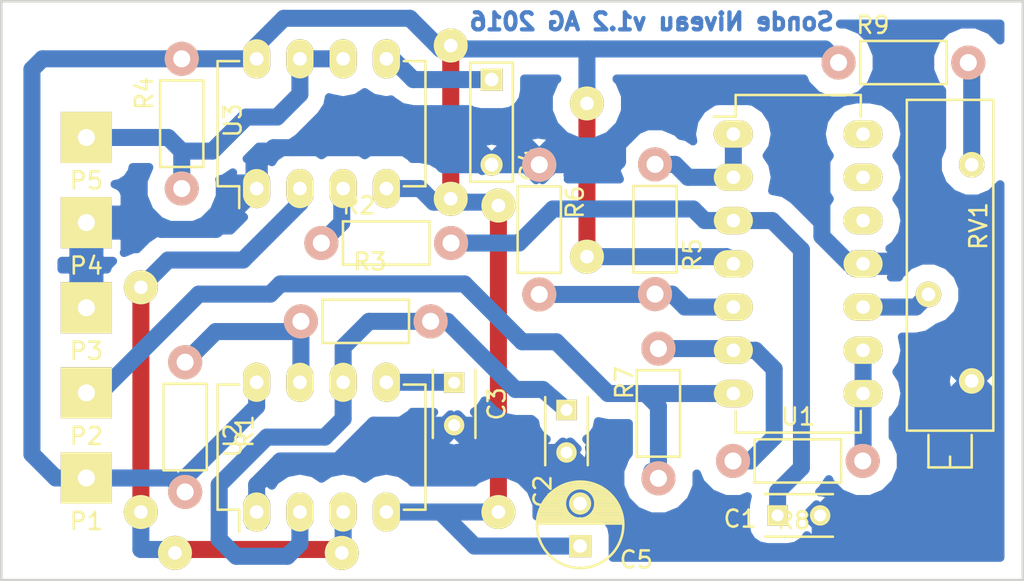
<source format=kicad_pcb>
(kicad_pcb (version 4) (host pcbnew 4.0.2-stable)

  (general
    (links 46)
    (no_connects 0)
    (area 131.165475 97.185 196.125001 134.165)
    (thickness 1.6)
    (drawings 5)
    (tracks 190)
    (zones 0)
    (modules 33)
    (nets 18)
  )

  (page A4)
  (title_block
    (title "Sonde niveau d'eau - Sonde")
    (rev 1.0)
    (company "Chatons Corp")
  )

  (layers
    (0 F.Cu jumper)
    (31 B.Cu signal)
    (37 F.SilkS user)
    (44 Edge.Cuts user)
  )

  (setup
    (last_trace_width 1)
    (trace_clearance 0.2)
    (zone_clearance 1)
    (zone_45_only yes)
    (trace_min 0.2)
    (segment_width 0.2)
    (edge_width 0.15)
    (via_size 0.6)
    (via_drill 0.4)
    (via_min_size 0.4)
    (via_min_drill 0.3)
    (uvia_size 0.3)
    (uvia_drill 0.1)
    (uvias_allowed no)
    (uvia_min_size 0.2)
    (uvia_min_drill 0.1)
    (pcb_text_width 0.3)
    (pcb_text_size 1.5 1.5)
    (mod_edge_width 0.15)
    (mod_text_size 1 1)
    (mod_text_width 0.15)
    (pad_size 1.99898 1.99898)
    (pad_drill 0.8001)
    (pad_to_mask_clearance 0.2)
    (aux_axis_origin 0 0)
    (grid_origin 140.25 76.25)
    (visible_elements FFFFFF7F)
    (pcbplotparams
      (layerselection 0x00000_80000000)
      (usegerberextensions false)
      (excludeedgelayer false)
      (linewidth 0.508000)
      (plotframeref true)
      (viasonmask false)
      (mode 1)
      (useauxorigin false)
      (hpglpennumber 1)
      (hpglpenspeed 20)
      (hpglpendiameter 15)
      (hpglpenoverlay 2)
      (psnegative false)
      (psa4output false)
      (plotreference true)
      (plotvalue true)
      (plotinvisibletext false)
      (padsonsilk false)
      (subtractmaskfromsilk false)
      (outputformat 4)
      (mirror false)
      (drillshape 1)
      (scaleselection 1)
      (outputdirectory ""))
  )

  (net 0 "")
  (net 1 "Net-(C1-Pad1)")
  (net 2 GND)
  (net 3 "Net-(C2-Pad1)")
  (net 4 "Net-(C3-Pad1)")
  (net 5 "Net-(C4-Pad1)")
  (net 6 +12V)
  (net 7 "Net-(P2-Pad1)")
  (net 8 "Net-(R1-Pad1)")
  (net 9 "Net-(R2-Pad1)")
  (net 10 "Net-(U2-Pad3)")
  (net 11 "Net-(P5-Pad1)")
  (net 12 "Net-(R5-Pad1)")
  (net 13 "Net-(R5-Pad2)")
  (net 14 "Net-(R7-Pad1)")
  (net 15 "Net-(R8-Pad1)")
  (net 16 "Net-(R9-Pad1)")
  (net 17 "Net-(RV1-Pad2)")

  (net_class Default "This is the default net class."
    (clearance 0.2)
    (trace_width 1)
    (via_dia 0.6)
    (via_drill 0.4)
    (uvia_dia 0.3)
    (uvia_drill 0.1)
    (add_net +12V)
    (add_net GND)
    (add_net "Net-(C1-Pad1)")
    (add_net "Net-(C2-Pad1)")
    (add_net "Net-(C3-Pad1)")
    (add_net "Net-(C4-Pad1)")
    (add_net "Net-(P2-Pad1)")
    (add_net "Net-(P5-Pad1)")
    (add_net "Net-(R1-Pad1)")
    (add_net "Net-(R2-Pad1)")
    (add_net "Net-(R5-Pad1)")
    (add_net "Net-(R5-Pad2)")
    (add_net "Net-(R7-Pad1)")
    (add_net "Net-(R8-Pad1)")
    (add_net "Net-(R9-Pad1)")
    (add_net "Net-(RV1-Pad2)")
    (add_net "Net-(U2-Pad3)")
  )

  (module Wire_Pads:SolderWirePad_single_0-8mmDrill (layer F.Cu) (tedit 57A74199) (tstamp 57A741EF)
    (at 146.25 130.65)
    (fp_text reference REF**25 (at 0 -2.54) (layer F.SilkS) hide
      (effects (font (size 1 1) (thickness 0.15)))
    )
    (fp_text value SolderWirePad_single_0-8mmDrill (at 0 2.54) (layer F.Fab) hide
      (effects (font (size 1 1) (thickness 0.15)))
    )
    (pad 1 thru_hole circle (at 0 0) (size 1.99898 1.99898) (drill 0.8001) (layers *.Cu *.Mask F.SilkS))
  )

  (module Wire_Pads:SolderWirePad_single_0-8mmDrill (layer F.Cu) (tedit 57A74199) (tstamp 57A741EB)
    (at 162.45 109.85)
    (fp_text reference REF**15 (at 0 -2.54) (layer F.SilkS) hide
      (effects (font (size 1 1) (thickness 0.15)))
    )
    (fp_text value SolderWirePad_single_0-8mmDrill (at 0 2.54) (layer F.Fab) hide
      (effects (font (size 1 1) (thickness 0.15)))
    )
    (pad 1 thru_hole circle (at 0 0) (size 1.99898 1.99898) (drill 0.8001) (layers *.Cu *.Mask F.SilkS))
  )

  (module Wire_Pads:SolderWirePad_single_0-8mmDrill (layer F.Cu) (tedit 57A74199) (tstamp 57A741DB)
    (at 156.05 130.65)
    (fp_text reference REF**24 (at 0 -2.54) (layer F.SilkS) hide
      (effects (font (size 1 1) (thickness 0.15)))
    )
    (fp_text value SolderWirePad_single_0-8mmDrill (at 0 2.54) (layer F.Fab) hide
      (effects (font (size 1 1) (thickness 0.15)))
    )
    (pad 1 thru_hole circle (at 0 0) (size 1.99898 1.99898) (drill 0.8001) (layers *.Cu *.Mask F.SilkS))
  )

  (module Wire_Pads:SolderWirePad_single_0-8mmDrill (layer F.Cu) (tedit 57A74199) (tstamp 57A741D7)
    (at 162.45 100.85)
    (fp_text reference REF**14 (at 0 -2.54) (layer F.SilkS) hide
      (effects (font (size 1 1) (thickness 0.15)))
    )
    (fp_text value SolderWirePad_single_0-8mmDrill (at 0 2.54) (layer F.Fab) hide
      (effects (font (size 1 1) (thickness 0.15)))
    )
    (pad 1 thru_hole circle (at 0 0) (size 1.99898 1.99898) (drill 0.8001) (layers *.Cu *.Mask F.SilkS))
  )

  (module Wire_Pads:SolderWirePad_single_0-8mmDrill (layer F.Cu) (tedit 57A74199) (tstamp 57A741C7)
    (at 144.25 128.25)
    (fp_text reference REF**23 (at 0 -2.54) (layer F.SilkS) hide
      (effects (font (size 1 1) (thickness 0.15)))
    )
    (fp_text value SolderWirePad_single_0-8mmDrill (at 0 2.54) (layer F.Fab) hide
      (effects (font (size 1 1) (thickness 0.15)))
    )
    (pad 1 thru_hole circle (at 0 0) (size 1.99898 1.99898) (drill 0.8001) (layers *.Cu *.Mask F.SilkS))
  )

  (module Wire_Pads:SolderWirePad_single_0-8mmDrill (layer F.Cu) (tedit 57A74199) (tstamp 57A741C3)
    (at 170.45 113.25)
    (fp_text reference REF**13 (at 0 -2.54) (layer F.SilkS) hide
      (effects (font (size 1 1) (thickness 0.15)))
    )
    (fp_text value SolderWirePad_single_0-8mmDrill (at 0 2.54) (layer F.Fab) hide
      (effects (font (size 1 1) (thickness 0.15)))
    )
    (pad 1 thru_hole circle (at 0 0) (size 1.99898 1.99898) (drill 0.8001) (layers *.Cu *.Mask F.SilkS))
  )

  (module Wire_Pads:SolderWirePad_single_0-8mmDrill (layer F.Cu) (tedit 57A74199) (tstamp 57A741B3)
    (at 144.25 115.05)
    (fp_text reference REF**22 (at 0 -2.54) (layer F.SilkS) hide
      (effects (font (size 1 1) (thickness 0.15)))
    )
    (fp_text value SolderWirePad_single_0-8mmDrill (at 0 2.54) (layer F.Fab) hide
      (effects (font (size 1 1) (thickness 0.15)))
    )
    (pad 1 thru_hole circle (at 0 0) (size 1.99898 1.99898) (drill 0.8001) (layers *.Cu *.Mask F.SilkS))
  )

  (module Wire_Pads:SolderWirePad_single_0-8mmDrill (layer F.Cu) (tedit 57A74199) (tstamp 57A741AF)
    (at 170.45 104.25)
    (fp_text reference REF**12 (at 0 -2.54) (layer F.SilkS) hide
      (effects (font (size 1 1) (thickness 0.15)))
    )
    (fp_text value SolderWirePad_single_0-8mmDrill (at 0 2.54) (layer F.Fab) hide
      (effects (font (size 1 1) (thickness 0.15)))
    )
    (pad 1 thru_hole circle (at 0 0) (size 1.99898 1.99898) (drill 0.8001) (layers *.Cu *.Mask F.SilkS))
  )

  (module Wire_Pads:SolderWirePad_single_0-8mmDrill (layer F.Cu) (tedit 57A74199) (tstamp 57A7419F)
    (at 165.25 110.25)
    (fp_text reference REF**21 (at 0 -2.54) (layer F.SilkS) hide
      (effects (font (size 1 1) (thickness 0.15)))
    )
    (fp_text value SolderWirePad_single_0-8mmDrill (at 0 2.54) (layer F.Fab) hide
      (effects (font (size 1 1) (thickness 0.15)))
    )
    (pad 1 thru_hole circle (at 0 0) (size 1.99898 1.99898) (drill 0.8001) (layers *.Cu *.Mask F.SilkS))
  )

  (module Capacitors_ThroughHole:C_Rect_L4_W2.5_P2.5 (layer F.Cu) (tedit 57A731D1) (tstamp 57A6E537)
    (at 181.65 128.45)
    (descr "Film Capacitor Length 4mm x Width 2.5mm, Pitch 2.5mm")
    (tags Capacitor)
    (path /5778D737)
    (fp_text reference C1 (at -2.2 0.2) (layer F.SilkS)
      (effects (font (size 1 1) (thickness 0.15)))
    )
    (fp_text value 0.1uF (at 1.25 2.5) (layer F.Fab)
      (effects (font (size 1 1) (thickness 0.15)))
    )
    (fp_line (start -1 -1.5) (end 3.5 -1.5) (layer F.CrtYd) (width 0.05))
    (fp_line (start 3.5 -1.5) (end 3.5 1.5) (layer F.CrtYd) (width 0.05))
    (fp_line (start 3.5 1.5) (end -1 1.5) (layer F.CrtYd) (width 0.05))
    (fp_line (start -1 1.5) (end -1 -1.5) (layer F.CrtYd) (width 0.05))
    (fp_line (start -0.75 -1.25) (end 3.25 -1.25) (layer F.SilkS) (width 0.15))
    (fp_line (start -0.75 1.25) (end 3.25 1.25) (layer F.SilkS) (width 0.15))
    (pad 1 thru_hole rect (at 0 0) (size 1.2 1.2) (drill 0.7) (layers *.Cu *.Mask F.SilkS)
      (net 1 "Net-(C1-Pad1)"))
    (pad 2 thru_hole circle (at 2.5 0) (size 1.2 1.2) (drill 0.7) (layers *.Cu *.Mask F.SilkS)
      (net 2 GND))
  )

  (module Capacitors_ThroughHole:C_Rect_L4_W2.5_P2.5 (layer F.Cu) (tedit 57A73BB1) (tstamp 57A6E53D)
    (at 169.25 122.25 270)
    (descr "Film Capacitor Length 4mm x Width 2.5mm, Pitch 2.5mm")
    (tags Capacitor)
    (path /5778E1F6)
    (fp_text reference C2 (at 4.8 1.4 270) (layer F.SilkS)
      (effects (font (size 1 1) (thickness 0.15)))
    )
    (fp_text value 10nF (at 1.25 2.5 270) (layer F.Fab)
      (effects (font (size 1 1) (thickness 0.15)))
    )
    (fp_line (start -1 -1.5) (end 3.5 -1.5) (layer F.CrtYd) (width 0.05))
    (fp_line (start 3.5 -1.5) (end 3.5 1.5) (layer F.CrtYd) (width 0.05))
    (fp_line (start 3.5 1.5) (end -1 1.5) (layer F.CrtYd) (width 0.05))
    (fp_line (start -1 1.5) (end -1 -1.5) (layer F.CrtYd) (width 0.05))
    (fp_line (start -0.75 -1.25) (end 3.25 -1.25) (layer F.SilkS) (width 0.15))
    (fp_line (start -0.75 1.25) (end 3.25 1.25) (layer F.SilkS) (width 0.15))
    (pad 1 thru_hole rect (at 0 0 270) (size 1.2 1.2) (drill 0.7) (layers *.Cu *.Mask F.SilkS)
      (net 3 "Net-(C2-Pad1)"))
    (pad 2 thru_hole circle (at 2.5 0 270) (size 1.2 1.2) (drill 0.7) (layers *.Cu *.Mask F.SilkS)
      (net 2 GND))
  )

  (module Capacitors_ThroughHole:C_Rect_L4_W2.5_P2.5 (layer F.Cu) (tedit 0) (tstamp 57A6E543)
    (at 162.65 120.65 270)
    (descr "Film Capacitor Length 4mm x Width 2.5mm, Pitch 2.5mm")
    (tags Capacitor)
    (path /5778DF04)
    (fp_text reference C3 (at 1.25 -2.5 270) (layer F.SilkS)
      (effects (font (size 1 1) (thickness 0.15)))
    )
    (fp_text value 10nF (at 1.25 2.5 270) (layer F.Fab)
      (effects (font (size 1 1) (thickness 0.15)))
    )
    (fp_line (start -1 -1.5) (end 3.5 -1.5) (layer F.CrtYd) (width 0.05))
    (fp_line (start 3.5 -1.5) (end 3.5 1.5) (layer F.CrtYd) (width 0.05))
    (fp_line (start 3.5 1.5) (end -1 1.5) (layer F.CrtYd) (width 0.05))
    (fp_line (start -1 1.5) (end -1 -1.5) (layer F.CrtYd) (width 0.05))
    (fp_line (start -0.75 -1.25) (end 3.25 -1.25) (layer F.SilkS) (width 0.15))
    (fp_line (start -0.75 1.25) (end 3.25 1.25) (layer F.SilkS) (width 0.15))
    (pad 1 thru_hole rect (at 0 0 270) (size 1.2 1.2) (drill 0.7) (layers *.Cu *.Mask F.SilkS)
      (net 4 "Net-(C3-Pad1)"))
    (pad 2 thru_hole circle (at 2.5 0 270) (size 1.2 1.2) (drill 0.7) (layers *.Cu *.Mask F.SilkS)
      (net 2 GND))
  )

  (module Wire_Pads:Big_Square_Pad_3mm_1mmDrill (layer F.Cu) (tedit 57825448) (tstamp 57A6E54E)
    (at 141.05 126.25)
    (path /577C9486)
    (fp_text reference P1 (at 0 2.54) (layer F.SilkS)
      (effects (font (size 1 1) (thickness 0.15)))
    )
    (fp_text value 12V (at 0 -2.54) (layer F.Fab)
      (effects (font (size 1 1) (thickness 0.15)))
    )
    (pad 1 thru_hole rect (at 0 0) (size 3 3) (drill 1) (layers *.Cu *.Mask F.SilkS)
      (net 6 +12V))
  )

  (module Wire_Pads:Big_Square_Pad_3mm_1mmDrill (layer F.Cu) (tedit 57825448) (tstamp 57A6E553)
    (at 141.05 121.25)
    (path /577C9567)
    (fp_text reference P2 (at 0 2.54) (layer F.SilkS)
      (effects (font (size 1 1) (thickness 0.15)))
    )
    (fp_text value VOUT (at 0 -2.54) (layer F.Fab)
      (effects (font (size 1 1) (thickness 0.15)))
    )
    (pad 1 thru_hole rect (at 0 0) (size 3 3) (drill 1) (layers *.Cu *.Mask F.SilkS)
      (net 7 "Net-(P2-Pad1)"))
  )

  (module Wire_Pads:Big_Square_Pad_3mm_1mmDrill (layer F.Cu) (tedit 57825448) (tstamp 57A6E558)
    (at 141.05 116.25)
    (path /577C94F7)
    (fp_text reference P3 (at 0 2.54) (layer F.SilkS)
      (effects (font (size 1 1) (thickness 0.15)))
    )
    (fp_text value GND (at 0 -2.54) (layer F.Fab)
      (effects (font (size 1 1) (thickness 0.15)))
    )
    (pad 1 thru_hole rect (at 0 0) (size 3 3) (drill 1) (layers *.Cu *.Mask F.SilkS)
      (net 2 GND))
  )

  (module Wire_Pads:Big_Square_Pad_3mm_1mmDrill (layer F.Cu) (tedit 57825448) (tstamp 57A6E55D)
    (at 141.05 111.25)
    (path /577C91A3)
    (fp_text reference P4 (at 0 2.54) (layer F.SilkS)
      (effects (font (size 1 1) (thickness 0.15)))
    )
    (fp_text value PGND (at 0 -2.54) (layer F.Fab)
      (effects (font (size 1 1) (thickness 0.15)))
    )
    (pad 1 thru_hole rect (at 0 0) (size 3 3) (drill 1) (layers *.Cu *.Mask F.SilkS)
      (net 2 GND))
  )

  (module Wire_Pads:Big_Square_Pad_3mm_1mmDrill (layer F.Cu) (tedit 57825448) (tstamp 57A6E562)
    (at 141.05 106.25)
    (path /577C914C)
    (fp_text reference P5 (at 0 2.54) (layer F.SilkS)
      (effects (font (size 1 1) (thickness 0.15)))
    )
    (fp_text value PHOT (at 0 -2.54) (layer F.Fab)
      (effects (font (size 1 1) (thickness 0.15)))
    )
    (pad 1 thru_hole rect (at 0 0) (size 3 3) (drill 1) (layers *.Cu *.Mask F.SilkS)
      (net 11 "Net-(P5-Pad1)"))
  )

  (module Housings_DIP:DIP-14_W7.62mm_LongPads (layer F.Cu) (tedit 57A731E2) (tstamp 57A6E5B0)
    (at 179.05 106.05)
    (descr "14-lead dip package, row spacing 7.62 mm (300 mils), longer pads")
    (tags "dil dip 2.54 300")
    (path /57A6E08C)
    (fp_text reference U1 (at 3.8 16.6) (layer F.SilkS)
      (effects (font (size 1 1) (thickness 0.15)))
    )
    (fp_text value LM324N (at 4 7.2 90) (layer F.Fab)
      (effects (font (size 1 1) (thickness 0.15)))
    )
    (fp_line (start -1.4 -2.45) (end -1.4 17.7) (layer F.CrtYd) (width 0.05))
    (fp_line (start 9 -2.45) (end 9 17.7) (layer F.CrtYd) (width 0.05))
    (fp_line (start -1.4 -2.45) (end 9 -2.45) (layer F.CrtYd) (width 0.05))
    (fp_line (start -1.4 17.7) (end 9 17.7) (layer F.CrtYd) (width 0.05))
    (fp_line (start 0.135 -2.295) (end 0.135 -1.025) (layer F.SilkS) (width 0.15))
    (fp_line (start 7.485 -2.295) (end 7.485 -1.025) (layer F.SilkS) (width 0.15))
    (fp_line (start 7.485 17.535) (end 7.485 16.265) (layer F.SilkS) (width 0.15))
    (fp_line (start 0.135 17.535) (end 0.135 16.265) (layer F.SilkS) (width 0.15))
    (fp_line (start 0.135 -2.295) (end 7.485 -2.295) (layer F.SilkS) (width 0.15))
    (fp_line (start 0.135 17.535) (end 7.485 17.535) (layer F.SilkS) (width 0.15))
    (fp_line (start 0.135 -1.025) (end -1.15 -1.025) (layer F.SilkS) (width 0.15))
    (pad 1 thru_hole oval (at 0 0) (size 2.3 1.6) (drill 0.8) (layers *.Cu *.Mask F.SilkS)
      (net 13 "Net-(R5-Pad2)"))
    (pad 2 thru_hole oval (at 0 2.54) (size 2.3 1.6) (drill 0.8) (layers *.Cu *.Mask F.SilkS)
      (net 13 "Net-(R5-Pad2)"))
    (pad 3 thru_hole oval (at 0 5.08) (size 2.3 1.6) (drill 0.8) (layers *.Cu *.Mask F.SilkS)
      (net 1 "Net-(C1-Pad1)"))
    (pad 4 thru_hole oval (at 0 7.62) (size 2.3 1.6) (drill 0.8) (layers *.Cu *.Mask F.SilkS)
      (net 6 +12V))
    (pad 5 thru_hole oval (at 0 10.16) (size 2.3 1.6) (drill 0.8) (layers *.Cu *.Mask F.SilkS)
      (net 12 "Net-(R5-Pad1)"))
    (pad 6 thru_hole oval (at 0 12.7) (size 2.3 1.6) (drill 0.8) (layers *.Cu *.Mask F.SilkS)
      (net 14 "Net-(R7-Pad1)"))
    (pad 7 thru_hole oval (at 0 15.24) (size 2.3 1.6) (drill 0.8) (layers *.Cu *.Mask F.SilkS)
      (net 7 "Net-(P2-Pad1)"))
    (pad 8 thru_hole oval (at 7.62 15.24) (size 2.3 1.6) (drill 0.8) (layers *.Cu *.Mask F.SilkS)
      (net 15 "Net-(R8-Pad1)"))
    (pad 9 thru_hole oval (at 7.62 12.7) (size 2.3 1.6) (drill 0.8) (layers *.Cu *.Mask F.SilkS)
      (net 15 "Net-(R8-Pad1)"))
    (pad 10 thru_hole oval (at 7.62 10.16) (size 2.3 1.6) (drill 0.8) (layers *.Cu *.Mask F.SilkS)
      (net 17 "Net-(RV1-Pad2)"))
    (pad 11 thru_hole oval (at 7.62 7.62) (size 2.3 1.6) (drill 0.8) (layers *.Cu *.Mask F.SilkS)
      (net 2 GND))
    (pad 12 thru_hole oval (at 7.62 5.08) (size 2.3 1.6) (drill 0.8) (layers *.Cu *.Mask F.SilkS))
    (pad 13 thru_hole oval (at 7.62 2.54) (size 2.3 1.6) (drill 0.8) (layers *.Cu *.Mask F.SilkS))
    (pad 14 thru_hole oval (at 7.62 0) (size 2.3 1.6) (drill 0.8) (layers *.Cu *.Mask F.SilkS))
    (model Housings_DIP.3dshapes/DIP-14_W7.62mm_LongPads.wrl
      (at (xyz 0 0 0))
      (scale (xyz 1 1 1))
      (rotate (xyz 0 0 0))
    )
  )

  (module Housings_DIP:DIP-8_W7.62mm_LongPads (layer F.Cu) (tedit 57A706C8) (tstamp 57A6E5BC)
    (at 151.05 128.25 90)
    (descr "8-lead dip package, row spacing 7.62 mm (300 mils), longer pads")
    (tags "dil dip 2.54 300")
    (path /5778D33E)
    (fp_text reference U2 (at 4.2 -1.4 90) (layer F.SilkS)
      (effects (font (size 1 1) (thickness 0.15)))
    )
    (fp_text value LM555N (at 4.2 2.8 180) (layer F.Fab)
      (effects (font (size 1 1) (thickness 0.15)))
    )
    (fp_line (start -1.4 -2.45) (end -1.4 10.1) (layer F.CrtYd) (width 0.05))
    (fp_line (start 9 -2.45) (end 9 10.1) (layer F.CrtYd) (width 0.05))
    (fp_line (start -1.4 -2.45) (end 9 -2.45) (layer F.CrtYd) (width 0.05))
    (fp_line (start -1.4 10.1) (end 9 10.1) (layer F.CrtYd) (width 0.05))
    (fp_line (start 0.135 -2.295) (end 0.135 -1.025) (layer F.SilkS) (width 0.15))
    (fp_line (start 7.485 -2.295) (end 7.485 -1.025) (layer F.SilkS) (width 0.15))
    (fp_line (start 7.485 9.915) (end 7.485 8.645) (layer F.SilkS) (width 0.15))
    (fp_line (start 0.135 9.915) (end 0.135 8.645) (layer F.SilkS) (width 0.15))
    (fp_line (start 0.135 -2.295) (end 7.485 -2.295) (layer F.SilkS) (width 0.15))
    (fp_line (start 0.135 9.915) (end 7.485 9.915) (layer F.SilkS) (width 0.15))
    (fp_line (start 0.135 -1.025) (end -1.15 -1.025) (layer F.SilkS) (width 0.15))
    (pad 1 thru_hole oval (at 0 0 90) (size 2.3 1.6) (drill 0.8) (layers *.Cu *.Mask F.SilkS)
      (net 2 GND))
    (pad 2 thru_hole oval (at 0 2.54 90) (size 2.3 1.6) (drill 0.8) (layers *.Cu *.Mask F.SilkS)
      (net 3 "Net-(C2-Pad1)"))
    (pad 3 thru_hole oval (at 0 5.08 90) (size 2.3 1.6) (drill 0.8) (layers *.Cu *.Mask F.SilkS)
      (net 10 "Net-(U2-Pad3)"))
    (pad 4 thru_hole oval (at 0 7.62 90) (size 2.3 1.6) (drill 0.8) (layers *.Cu *.Mask F.SilkS)
      (net 6 +12V))
    (pad 5 thru_hole oval (at 7.62 7.62 90) (size 2.3 1.6) (drill 0.8) (layers *.Cu *.Mask F.SilkS)
      (net 4 "Net-(C3-Pad1)"))
    (pad 6 thru_hole oval (at 7.62 5.08 90) (size 2.3 1.6) (drill 0.8) (layers *.Cu *.Mask F.SilkS)
      (net 3 "Net-(C2-Pad1)"))
    (pad 7 thru_hole oval (at 7.62 2.54 90) (size 2.3 1.6) (drill 0.8) (layers *.Cu *.Mask F.SilkS)
      (net 8 "Net-(R1-Pad1)"))
    (pad 8 thru_hole oval (at 7.62 0 90) (size 2.3 1.6) (drill 0.8) (layers *.Cu *.Mask F.SilkS)
      (net 6 +12V))
    (model Housings_DIP.3dshapes/DIP-8_W7.62mm_LongPads.wrl
      (at (xyz 0 0 0))
      (scale (xyz 1 1 1))
      (rotate (xyz 0 0 0))
    )
  )

  (module Housings_DIP:DIP-8_W7.62mm_LongPads (layer F.Cu) (tedit 57A7308D) (tstamp 57A6E5C8)
    (at 151.05 109.25 90)
    (descr "8-lead dip package, row spacing 7.62 mm (300 mils), longer pads")
    (tags "dil dip 2.54 300")
    (path /5778D368)
    (fp_text reference U3 (at 4 -1.4 90) (layer F.SilkS)
      (effects (font (size 1 1) (thickness 0.15)))
    )
    (fp_text value LM555N (at 3.8 4 180) (layer F.Fab)
      (effects (font (size 1 1) (thickness 0.15)))
    )
    (fp_line (start -1.4 -2.45) (end -1.4 10.1) (layer F.CrtYd) (width 0.05))
    (fp_line (start 9 -2.45) (end 9 10.1) (layer F.CrtYd) (width 0.05))
    (fp_line (start -1.4 -2.45) (end 9 -2.45) (layer F.CrtYd) (width 0.05))
    (fp_line (start -1.4 10.1) (end 9 10.1) (layer F.CrtYd) (width 0.05))
    (fp_line (start 0.135 -2.295) (end 0.135 -1.025) (layer F.SilkS) (width 0.15))
    (fp_line (start 7.485 -2.295) (end 7.485 -1.025) (layer F.SilkS) (width 0.15))
    (fp_line (start 7.485 9.915) (end 7.485 8.645) (layer F.SilkS) (width 0.15))
    (fp_line (start 0.135 9.915) (end 0.135 8.645) (layer F.SilkS) (width 0.15))
    (fp_line (start 0.135 -2.295) (end 7.485 -2.295) (layer F.SilkS) (width 0.15))
    (fp_line (start 0.135 9.915) (end 7.485 9.915) (layer F.SilkS) (width 0.15))
    (fp_line (start 0.135 -1.025) (end -1.15 -1.025) (layer F.SilkS) (width 0.15))
    (pad 1 thru_hole oval (at 0 0 90) (size 2.3 1.6) (drill 0.8) (layers *.Cu *.Mask F.SilkS)
      (net 2 GND))
    (pad 2 thru_hole oval (at 0 2.54 90) (size 2.3 1.6) (drill 0.8) (layers *.Cu *.Mask F.SilkS)
      (net 10 "Net-(U2-Pad3)"))
    (pad 3 thru_hole oval (at 0 5.08 90) (size 2.3 1.6) (drill 0.8) (layers *.Cu *.Mask F.SilkS)
      (net 9 "Net-(R2-Pad1)"))
    (pad 4 thru_hole oval (at 0 7.62 90) (size 2.3 1.6) (drill 0.8) (layers *.Cu *.Mask F.SilkS)
      (net 6 +12V))
    (pad 5 thru_hole oval (at 7.62 7.62 90) (size 2.3 1.6) (drill 0.8) (layers *.Cu *.Mask F.SilkS)
      (net 5 "Net-(C4-Pad1)"))
    (pad 6 thru_hole oval (at 7.62 5.08 90) (size 2.3 1.6) (drill 0.8) (layers *.Cu *.Mask F.SilkS)
      (net 11 "Net-(P5-Pad1)"))
    (pad 7 thru_hole oval (at 7.62 2.54 90) (size 2.3 1.6) (drill 0.8) (layers *.Cu *.Mask F.SilkS)
      (net 11 "Net-(P5-Pad1)"))
    (pad 8 thru_hole oval (at 7.62 0 90) (size 2.3 1.6) (drill 0.8) (layers *.Cu *.Mask F.SilkS)
      (net 6 +12V))
    (model Housings_DIP.3dshapes/DIP-8_W7.62mm_LongPads.wrl
      (at (xyz 0 0 0))
      (scale (xyz 1 1 1))
      (rotate (xyz 0 0 0))
    )
  )

  (module Potentiometers:Potentiometer_Spectrol-Type43 (layer F.Cu) (tedit 57A74352) (tstamp 57A706EC)
    (at 193.05 107.85 270)
    (descr "Potentiometer, Spindeltrimmer, Spectrol Type 43,")
    (tags "Potentiometer, Spindeltrimmer, Spectrol Type 43,")
    (path /57A6E5B7)
    (fp_text reference RV1 (at 3.6 -0.4 450) (layer F.SilkS)
      (effects (font (size 1 1) (thickness 0.15)))
    )
    (fp_text value 10k (at -2.8 0.4 360) (layer F.Fab)
      (effects (font (size 1 1) (thickness 0.15)))
    )
    (fp_line (start 17.145 1.27) (end 17.78 1.27) (layer F.SilkS) (width 0.15))
    (fp_line (start 15.875 0) (end 17.78 0) (layer F.SilkS) (width 0.15))
    (fp_line (start 17.78 0) (end 17.78 2.54) (layer F.SilkS) (width 0.15))
    (fp_line (start 17.78 2.54) (end 15.875 2.54) (layer F.SilkS) (width 0.15))
    (fp_line (start 15.621 -1.27) (end -3.81 -1.27) (layer F.SilkS) (width 0.15))
    (fp_line (start -3.81 -1.27) (end -3.81 3.683) (layer F.SilkS) (width 0.15))
    (fp_line (start -3.81 3.683) (end -3.81 3.81) (layer F.SilkS) (width 0.15))
    (fp_line (start -3.81 3.81) (end 15.621 3.81) (layer F.SilkS) (width 0.15))
    (fp_line (start 15.621 3.683) (end 15.621 -1.27) (layer F.SilkS) (width 0.15))
    (pad 2 thru_hole circle (at 7.62 2.54 270) (size 1.50114 1.50114) (drill 0.8001) (layers *.Cu *.Mask F.SilkS)
      (net 17 "Net-(RV1-Pad2)"))
    (pad 3 thru_hole circle (at 12.7 0 270) (size 1.50114 1.50114) (drill 0.8001) (layers *.Cu *.Mask F.SilkS)
      (net 2 GND))
    (pad 1 thru_hole circle (at 0 0 270) (size 1.50114 1.50114) (drill 0.8001) (layers *.Cu *.Mask F.SilkS)
      (net 16 "Net-(R9-Pad1)"))
  )

  (module Resistors_ThroughHole:Resistor_Horizontal_RM7mm (layer F.Cu) (tedit 57A733A1) (tstamp 57A734FB)
    (at 146.85 119.45 270)
    (descr "Resistor, Axial,  RM 7.62mm, 1/3W,")
    (tags "Resistor Axial RM 7.62mm 1/3W R3")
    (path /5778E173)
    (fp_text reference R1 (at 4.05892 -3.50012 270) (layer F.SilkS)
      (effects (font (size 1 1) (thickness 0.15)))
    )
    (fp_text value 33K (at 3.6 0 270) (layer F.Fab)
      (effects (font (size 1 1) (thickness 0.15)))
    )
    (fp_line (start -1.25 -1.5) (end 8.85 -1.5) (layer F.CrtYd) (width 0.05))
    (fp_line (start -1.25 1.5) (end -1.25 -1.5) (layer F.CrtYd) (width 0.05))
    (fp_line (start 8.85 -1.5) (end 8.85 1.5) (layer F.CrtYd) (width 0.05))
    (fp_line (start -1.25 1.5) (end 8.85 1.5) (layer F.CrtYd) (width 0.05))
    (fp_line (start 1.27 -1.27) (end 6.35 -1.27) (layer F.SilkS) (width 0.15))
    (fp_line (start 6.35 -1.27) (end 6.35 1.27) (layer F.SilkS) (width 0.15))
    (fp_line (start 6.35 1.27) (end 1.27 1.27) (layer F.SilkS) (width 0.15))
    (fp_line (start 1.27 1.27) (end 1.27 -1.27) (layer F.SilkS) (width 0.15))
    (pad 1 thru_hole circle (at 0 0 270) (size 1.99898 1.99898) (drill 1.00076) (layers *.Cu *.SilkS *.Mask)
      (net 8 "Net-(R1-Pad1)"))
    (pad 2 thru_hole circle (at 7.62 0 270) (size 1.99898 1.99898) (drill 1.00076) (layers *.Cu *.SilkS *.Mask)
      (net 6 +12V))
  )

  (module Resistors_ThroughHole:Resistor_Horizontal_RM7mm (layer F.Cu) (tedit 57A73B9F) (tstamp 57A73500)
    (at 154.85 112.45)
    (descr "Resistor, Axial,  RM 7.62mm, 1/3W,")
    (tags "Resistor Axial RM 7.62mm 1/3W R3")
    (path /5778D785)
    (fp_text reference R2 (at 2.2 -2.2) (layer F.SilkS)
      (effects (font (size 1 1) (thickness 0.15)))
    )
    (fp_text value 100K (at 3.8 0) (layer F.Fab)
      (effects (font (size 1 1) (thickness 0.15)))
    )
    (fp_line (start -1.25 -1.5) (end 8.85 -1.5) (layer F.CrtYd) (width 0.05))
    (fp_line (start -1.25 1.5) (end -1.25 -1.5) (layer F.CrtYd) (width 0.05))
    (fp_line (start 8.85 -1.5) (end 8.85 1.5) (layer F.CrtYd) (width 0.05))
    (fp_line (start -1.25 1.5) (end 8.85 1.5) (layer F.CrtYd) (width 0.05))
    (fp_line (start 1.27 -1.27) (end 6.35 -1.27) (layer F.SilkS) (width 0.15))
    (fp_line (start 6.35 -1.27) (end 6.35 1.27) (layer F.SilkS) (width 0.15))
    (fp_line (start 6.35 1.27) (end 1.27 1.27) (layer F.SilkS) (width 0.15))
    (fp_line (start 1.27 1.27) (end 1.27 -1.27) (layer F.SilkS) (width 0.15))
    (pad 1 thru_hole circle (at 0 0) (size 1.99898 1.99898) (drill 1.00076) (layers *.Cu *.SilkS *.Mask)
      (net 9 "Net-(R2-Pad1)"))
    (pad 2 thru_hole circle (at 7.62 0) (size 1.99898 1.99898) (drill 1.00076) (layers *.Cu *.SilkS *.Mask)
      (net 1 "Net-(C1-Pad1)"))
  )

  (module Resistors_ThroughHole:Resistor_Horizontal_RM7mm (layer F.Cu) (tedit 569FCF07) (tstamp 57A73505)
    (at 153.65 117.05)
    (descr "Resistor, Axial,  RM 7.62mm, 1/3W,")
    (tags "Resistor Axial RM 7.62mm 1/3W R3")
    (path /5778E1AF)
    (fp_text reference R3 (at 4.05892 -3.50012) (layer F.SilkS)
      (effects (font (size 1 1) (thickness 0.15)))
    )
    (fp_text value 1K (at 3.81 3.81) (layer F.Fab)
      (effects (font (size 1 1) (thickness 0.15)))
    )
    (fp_line (start -1.25 -1.5) (end 8.85 -1.5) (layer F.CrtYd) (width 0.05))
    (fp_line (start -1.25 1.5) (end -1.25 -1.5) (layer F.CrtYd) (width 0.05))
    (fp_line (start 8.85 -1.5) (end 8.85 1.5) (layer F.CrtYd) (width 0.05))
    (fp_line (start -1.25 1.5) (end 8.85 1.5) (layer F.CrtYd) (width 0.05))
    (fp_line (start 1.27 -1.27) (end 6.35 -1.27) (layer F.SilkS) (width 0.15))
    (fp_line (start 6.35 -1.27) (end 6.35 1.27) (layer F.SilkS) (width 0.15))
    (fp_line (start 6.35 1.27) (end 1.27 1.27) (layer F.SilkS) (width 0.15))
    (fp_line (start 1.27 1.27) (end 1.27 -1.27) (layer F.SilkS) (width 0.15))
    (pad 1 thru_hole circle (at 0 0) (size 1.99898 1.99898) (drill 1.00076) (layers *.Cu *.SilkS *.Mask)
      (net 8 "Net-(R1-Pad1)"))
    (pad 2 thru_hole circle (at 7.62 0) (size 1.99898 1.99898) (drill 1.00076) (layers *.Cu *.SilkS *.Mask)
      (net 3 "Net-(C2-Pad1)"))
  )

  (module Resistors_ThroughHole:Resistor_Horizontal_RM7mm (layer F.Cu) (tedit 57A75DC0) (tstamp 57A7350A)
    (at 146.65 109.25 90)
    (descr "Resistor, Axial,  RM 7.62mm, 1/3W,")
    (tags "Resistor Axial RM 7.62mm 1/3W R3")
    (path /577C9529)
    (fp_text reference R4 (at 5.6 -2.2 90) (layer F.SilkS)
      (effects (font (size 1 1) (thickness 0.15)))
    )
    (fp_text value xxxK (at 3.8 0 90) (layer F.Fab)
      (effects (font (size 1 1) (thickness 0.15)))
    )
    (fp_line (start -1.25 -1.5) (end 8.85 -1.5) (layer F.CrtYd) (width 0.05))
    (fp_line (start -1.25 1.5) (end -1.25 -1.5) (layer F.CrtYd) (width 0.05))
    (fp_line (start 8.85 -1.5) (end 8.85 1.5) (layer F.CrtYd) (width 0.05))
    (fp_line (start -1.25 1.5) (end 8.85 1.5) (layer F.CrtYd) (width 0.05))
    (fp_line (start 1.27 -1.27) (end 6.35 -1.27) (layer F.SilkS) (width 0.15))
    (fp_line (start 6.35 -1.27) (end 6.35 1.27) (layer F.SilkS) (width 0.15))
    (fp_line (start 6.35 1.27) (end 1.27 1.27) (layer F.SilkS) (width 0.15))
    (fp_line (start 1.27 1.27) (end 1.27 -1.27) (layer F.SilkS) (width 0.15))
    (pad 1 thru_hole circle (at 0 0 90) (size 1.99898 1.99898) (drill 1.00076) (layers *.Cu *.SilkS *.Mask)
      (net 11 "Net-(P5-Pad1)"))
    (pad 2 thru_hole circle (at 7.62 0 90) (size 1.99898 1.99898) (drill 1.00076) (layers *.Cu *.SilkS *.Mask)
      (net 6 +12V))
  )

  (module Resistors_ThroughHole:Resistor_Horizontal_RM7mm (layer F.Cu) (tedit 57A74362) (tstamp 57A7350F)
    (at 174.45 115.45 90)
    (descr "Resistor, Axial,  RM 7.62mm, 1/3W,")
    (tags "Resistor Axial RM 7.62mm 1/3W R3")
    (path /57A6ED33)
    (fp_text reference R5 (at 2.3 2.2 90) (layer F.SilkS)
      (effects (font (size 1 1) (thickness 0.15)))
    )
    (fp_text value 68k (at 4 0 90) (layer F.Fab)
      (effects (font (size 1 1) (thickness 0.15)))
    )
    (fp_line (start -1.25 -1.5) (end 8.85 -1.5) (layer F.CrtYd) (width 0.05))
    (fp_line (start -1.25 1.5) (end -1.25 -1.5) (layer F.CrtYd) (width 0.05))
    (fp_line (start 8.85 -1.5) (end 8.85 1.5) (layer F.CrtYd) (width 0.05))
    (fp_line (start -1.25 1.5) (end 8.85 1.5) (layer F.CrtYd) (width 0.05))
    (fp_line (start 1.27 -1.27) (end 6.35 -1.27) (layer F.SilkS) (width 0.15))
    (fp_line (start 6.35 -1.27) (end 6.35 1.27) (layer F.SilkS) (width 0.15))
    (fp_line (start 6.35 1.27) (end 1.27 1.27) (layer F.SilkS) (width 0.15))
    (fp_line (start 1.27 1.27) (end 1.27 -1.27) (layer F.SilkS) (width 0.15))
    (pad 1 thru_hole circle (at 0 0 90) (size 1.99898 1.99898) (drill 1.00076) (layers *.Cu *.SilkS *.Mask)
      (net 12 "Net-(R5-Pad1)"))
    (pad 2 thru_hole circle (at 7.62 0 90) (size 1.99898 1.99898) (drill 1.00076) (layers *.Cu *.SilkS *.Mask)
      (net 13 "Net-(R5-Pad2)"))
  )

  (module Resistors_ThroughHole:Resistor_Horizontal_RM7mm (layer F.Cu) (tedit 57A7435D) (tstamp 57A73514)
    (at 167.65 107.85 270)
    (descr "Resistor, Axial,  RM 7.62mm, 1/3W,")
    (tags "Resistor Axial RM 7.62mm 1/3W R3")
    (path /57A6F358)
    (fp_text reference R6 (at 2.2 -2.1 270) (layer F.SilkS)
      (effects (font (size 1 1) (thickness 0.15)))
    )
    (fp_text value 68k (at 3.6 0 270) (layer F.Fab)
      (effects (font (size 1 1) (thickness 0.15)))
    )
    (fp_line (start -1.25 -1.5) (end 8.85 -1.5) (layer F.CrtYd) (width 0.05))
    (fp_line (start -1.25 1.5) (end -1.25 -1.5) (layer F.CrtYd) (width 0.05))
    (fp_line (start 8.85 -1.5) (end 8.85 1.5) (layer F.CrtYd) (width 0.05))
    (fp_line (start -1.25 1.5) (end 8.85 1.5) (layer F.CrtYd) (width 0.05))
    (fp_line (start 1.27 -1.27) (end 6.35 -1.27) (layer F.SilkS) (width 0.15))
    (fp_line (start 6.35 -1.27) (end 6.35 1.27) (layer F.SilkS) (width 0.15))
    (fp_line (start 6.35 1.27) (end 1.27 1.27) (layer F.SilkS) (width 0.15))
    (fp_line (start 1.27 1.27) (end 1.27 -1.27) (layer F.SilkS) (width 0.15))
    (pad 1 thru_hole circle (at 0 0 270) (size 1.99898 1.99898) (drill 1.00076) (layers *.Cu *.SilkS *.Mask)
      (net 2 GND))
    (pad 2 thru_hole circle (at 7.62 0 270) (size 1.99898 1.99898) (drill 1.00076) (layers *.Cu *.SilkS *.Mask)
      (net 12 "Net-(R5-Pad1)"))
  )

  (module Resistors_ThroughHole:Resistor_Horizontal_RM7mm (layer F.Cu) (tedit 57A73BB7) (tstamp 57A73519)
    (at 174.65 118.65 270)
    (descr "Resistor, Axial,  RM 7.62mm, 1/3W,")
    (tags "Resistor Axial RM 7.62mm 1/3W R3")
    (path /57A6FBD4)
    (fp_text reference R7 (at 2 2 270) (layer F.SilkS)
      (effects (font (size 1 1) (thickness 0.15)))
    )
    (fp_text value 68k (at 3.6 0 270) (layer F.Fab)
      (effects (font (size 1 1) (thickness 0.15)))
    )
    (fp_line (start -1.25 -1.5) (end 8.85 -1.5) (layer F.CrtYd) (width 0.05))
    (fp_line (start -1.25 1.5) (end -1.25 -1.5) (layer F.CrtYd) (width 0.05))
    (fp_line (start 8.85 -1.5) (end 8.85 1.5) (layer F.CrtYd) (width 0.05))
    (fp_line (start -1.25 1.5) (end 8.85 1.5) (layer F.CrtYd) (width 0.05))
    (fp_line (start 1.27 -1.27) (end 6.35 -1.27) (layer F.SilkS) (width 0.15))
    (fp_line (start 6.35 -1.27) (end 6.35 1.27) (layer F.SilkS) (width 0.15))
    (fp_line (start 6.35 1.27) (end 1.27 1.27) (layer F.SilkS) (width 0.15))
    (fp_line (start 1.27 1.27) (end 1.27 -1.27) (layer F.SilkS) (width 0.15))
    (pad 1 thru_hole circle (at 0 0 270) (size 1.99898 1.99898) (drill 1.00076) (layers *.Cu *.SilkS *.Mask)
      (net 14 "Net-(R7-Pad1)"))
    (pad 2 thru_hole circle (at 7.62 0 270) (size 1.99898 1.99898) (drill 1.00076) (layers *.Cu *.SilkS *.Mask)
      (net 7 "Net-(P2-Pad1)"))
  )

  (module Resistors_ThroughHole:Resistor_Horizontal_RM7mm (layer F.Cu) (tedit 569FCF07) (tstamp 57A7351E)
    (at 186.65 125.25 180)
    (descr "Resistor, Axial,  RM 7.62mm, 1/3W,")
    (tags "Resistor Axial RM 7.62mm 1/3W R3")
    (path /57A6F761)
    (fp_text reference R8 (at 4.05892 -3.50012 180) (layer F.SilkS)
      (effects (font (size 1 1) (thickness 0.15)))
    )
    (fp_text value 68k (at 3.81 3.81 180) (layer F.Fab)
      (effects (font (size 1 1) (thickness 0.15)))
    )
    (fp_line (start -1.25 -1.5) (end 8.85 -1.5) (layer F.CrtYd) (width 0.05))
    (fp_line (start -1.25 1.5) (end -1.25 -1.5) (layer F.CrtYd) (width 0.05))
    (fp_line (start 8.85 -1.5) (end 8.85 1.5) (layer F.CrtYd) (width 0.05))
    (fp_line (start -1.25 1.5) (end 8.85 1.5) (layer F.CrtYd) (width 0.05))
    (fp_line (start 1.27 -1.27) (end 6.35 -1.27) (layer F.SilkS) (width 0.15))
    (fp_line (start 6.35 -1.27) (end 6.35 1.27) (layer F.SilkS) (width 0.15))
    (fp_line (start 6.35 1.27) (end 1.27 1.27) (layer F.SilkS) (width 0.15))
    (fp_line (start 1.27 1.27) (end 1.27 -1.27) (layer F.SilkS) (width 0.15))
    (pad 1 thru_hole circle (at 0 0 180) (size 1.99898 1.99898) (drill 1.00076) (layers *.Cu *.SilkS *.Mask)
      (net 15 "Net-(R8-Pad1)"))
    (pad 2 thru_hole circle (at 7.62 0 180) (size 1.99898 1.99898) (drill 1.00076) (layers *.Cu *.SilkS *.Mask)
      (net 14 "Net-(R7-Pad1)"))
  )

  (module Resistors_ThroughHole:Resistor_Horizontal_RM7mm (layer F.Cu) (tedit 57A7434B) (tstamp 57A73523)
    (at 192.85 101.85 180)
    (descr "Resistor, Axial,  RM 7.62mm, 1/3W,")
    (tags "Resistor Axial RM 7.62mm 1/3W R3")
    (path /57A6FE2F)
    (fp_text reference R9 (at 5.6 2.2 180) (layer F.SilkS)
      (effects (font (size 1 1) (thickness 0.15)))
    )
    (fp_text value 10k (at 3.8 0 180) (layer F.Fab)
      (effects (font (size 1 1) (thickness 0.15)))
    )
    (fp_line (start -1.25 -1.5) (end 8.85 -1.5) (layer F.CrtYd) (width 0.05))
    (fp_line (start -1.25 1.5) (end -1.25 -1.5) (layer F.CrtYd) (width 0.05))
    (fp_line (start 8.85 -1.5) (end 8.85 1.5) (layer F.CrtYd) (width 0.05))
    (fp_line (start -1.25 1.5) (end 8.85 1.5) (layer F.CrtYd) (width 0.05))
    (fp_line (start 1.27 -1.27) (end 6.35 -1.27) (layer F.SilkS) (width 0.15))
    (fp_line (start 6.35 -1.27) (end 6.35 1.27) (layer F.SilkS) (width 0.15))
    (fp_line (start 6.35 1.27) (end 1.27 1.27) (layer F.SilkS) (width 0.15))
    (fp_line (start 1.27 1.27) (end 1.27 -1.27) (layer F.SilkS) (width 0.15))
    (pad 1 thru_hole circle (at 0 0 180) (size 1.99898 1.99898) (drill 1.00076) (layers *.Cu *.SilkS *.Mask)
      (net 16 "Net-(R9-Pad1)"))
    (pad 2 thru_hole circle (at 7.62 0 180) (size 1.99898 1.99898) (drill 1.00076) (layers *.Cu *.SilkS *.Mask)
      (net 6 +12V))
  )

  (module Capacitors_ThroughHole:C_Rect_L7_W2.5_P5 (layer F.Cu) (tedit 57A73B9D) (tstamp 57A73B3A)
    (at 164.85 102.85 270)
    (descr "Film Capacitor Length 7mm x Width 2.5mm, Pitch 5mm")
    (tags Capacitor)
    (path /5778D930)
    (fp_text reference C4 (at 5 -2.2 270) (layer F.SilkS)
      (effects (font (size 1 1) (thickness 0.15)))
    )
    (fp_text value 10nF (at 2.4 0 270) (layer F.Fab)
      (effects (font (size 1 1) (thickness 0.15)))
    )
    (fp_line (start -1.25 -1.5) (end 6.25 -1.5) (layer F.CrtYd) (width 0.05))
    (fp_line (start 6.25 -1.5) (end 6.25 1.5) (layer F.CrtYd) (width 0.05))
    (fp_line (start 6.25 1.5) (end -1.25 1.5) (layer F.CrtYd) (width 0.05))
    (fp_line (start -1.25 1.5) (end -1.25 -1.5) (layer F.CrtYd) (width 0.05))
    (fp_line (start -1 -1.25) (end 6 -1.25) (layer F.SilkS) (width 0.15))
    (fp_line (start 6 -1.25) (end 6 1.25) (layer F.SilkS) (width 0.15))
    (fp_line (start 6 1.25) (end -1 1.25) (layer F.SilkS) (width 0.15))
    (fp_line (start -1 1.25) (end -1 -1.25) (layer F.SilkS) (width 0.15))
    (pad 1 thru_hole rect (at 0 0 270) (size 1.3 1.3) (drill 0.8) (layers *.Cu *.Mask F.SilkS)
      (net 5 "Net-(C4-Pad1)"))
    (pad 2 thru_hole circle (at 5 0 270) (size 1.3 1.3) (drill 0.8) (layers *.Cu *.Mask F.SilkS)
      (net 2 GND))
  )

  (module Wire_Pads:SolderWirePad_single_0-8mmDrill (layer F.Cu) (tedit 57A74199) (tstamp 57A7417A)
    (at 165.25 128.25)
    (fp_text reference REF**11 (at 0 -2.54) (layer F.SilkS) hide
      (effects (font (size 1 1) (thickness 0.15)))
    )
    (fp_text value SolderWirePad_single_0-8mmDrill (at 0 2.54) (layer F.Fab) hide
      (effects (font (size 1 1) (thickness 0.15)))
    )
    (pad 1 thru_hole circle (at 0 0) (size 1.99898 1.99898) (drill 0.8001) (layers *.Cu *.Mask F.SilkS))
  )

  (module Capacitors_ThroughHole:C_Radial_D5_L11_P2.5 (layer F.Cu) (tedit 57A7437A) (tstamp 57A74257)
    (at 170.05 130.25 90)
    (descr "Radial Electrolytic Capacitor Diameter 5mm x Length 11mm, Pitch 2.5mm")
    (tags "Electrolytic Capacitor")
    (path /57A7424C)
    (fp_text reference C5 (at -0.8 3.3 180) (layer F.SilkS)
      (effects (font (size 1 1) (thickness 0.15)))
    )
    (fp_text value 10uF (at 0.7 4.7 180) (layer F.Fab)
      (effects (font (size 1 1) (thickness 0.15)))
    )
    (fp_line (start 1.325 -2.499) (end 1.325 2.499) (layer F.SilkS) (width 0.15))
    (fp_line (start 1.465 -2.491) (end 1.465 2.491) (layer F.SilkS) (width 0.15))
    (fp_line (start 1.605 -2.475) (end 1.605 -0.095) (layer F.SilkS) (width 0.15))
    (fp_line (start 1.605 0.095) (end 1.605 2.475) (layer F.SilkS) (width 0.15))
    (fp_line (start 1.745 -2.451) (end 1.745 -0.49) (layer F.SilkS) (width 0.15))
    (fp_line (start 1.745 0.49) (end 1.745 2.451) (layer F.SilkS) (width 0.15))
    (fp_line (start 1.885 -2.418) (end 1.885 -0.657) (layer F.SilkS) (width 0.15))
    (fp_line (start 1.885 0.657) (end 1.885 2.418) (layer F.SilkS) (width 0.15))
    (fp_line (start 2.025 -2.377) (end 2.025 -0.764) (layer F.SilkS) (width 0.15))
    (fp_line (start 2.025 0.764) (end 2.025 2.377) (layer F.SilkS) (width 0.15))
    (fp_line (start 2.165 -2.327) (end 2.165 -0.835) (layer F.SilkS) (width 0.15))
    (fp_line (start 2.165 0.835) (end 2.165 2.327) (layer F.SilkS) (width 0.15))
    (fp_line (start 2.305 -2.266) (end 2.305 -0.879) (layer F.SilkS) (width 0.15))
    (fp_line (start 2.305 0.879) (end 2.305 2.266) (layer F.SilkS) (width 0.15))
    (fp_line (start 2.445 -2.196) (end 2.445 -0.898) (layer F.SilkS) (width 0.15))
    (fp_line (start 2.445 0.898) (end 2.445 2.196) (layer F.SilkS) (width 0.15))
    (fp_line (start 2.585 -2.114) (end 2.585 -0.896) (layer F.SilkS) (width 0.15))
    (fp_line (start 2.585 0.896) (end 2.585 2.114) (layer F.SilkS) (width 0.15))
    (fp_line (start 2.725 -2.019) (end 2.725 -0.871) (layer F.SilkS) (width 0.15))
    (fp_line (start 2.725 0.871) (end 2.725 2.019) (layer F.SilkS) (width 0.15))
    (fp_line (start 2.865 -1.908) (end 2.865 -0.823) (layer F.SilkS) (width 0.15))
    (fp_line (start 2.865 0.823) (end 2.865 1.908) (layer F.SilkS) (width 0.15))
    (fp_line (start 3.005 -1.78) (end 3.005 -0.745) (layer F.SilkS) (width 0.15))
    (fp_line (start 3.005 0.745) (end 3.005 1.78) (layer F.SilkS) (width 0.15))
    (fp_line (start 3.145 -1.631) (end 3.145 -0.628) (layer F.SilkS) (width 0.15))
    (fp_line (start 3.145 0.628) (end 3.145 1.631) (layer F.SilkS) (width 0.15))
    (fp_line (start 3.285 -1.452) (end 3.285 -0.44) (layer F.SilkS) (width 0.15))
    (fp_line (start 3.285 0.44) (end 3.285 1.452) (layer F.SilkS) (width 0.15))
    (fp_line (start 3.425 -1.233) (end 3.425 1.233) (layer F.SilkS) (width 0.15))
    (fp_line (start 3.565 -0.944) (end 3.565 0.944) (layer F.SilkS) (width 0.15))
    (fp_line (start 3.705 -0.472) (end 3.705 0.472) (layer F.SilkS) (width 0.15))
    (fp_circle (center 2.5 0) (end 2.5 -0.9) (layer F.SilkS) (width 0.15))
    (fp_circle (center 1.25 0) (end 1.25 -2.5375) (layer F.SilkS) (width 0.15))
    (fp_circle (center 1.25 0) (end 1.25 -2.8) (layer F.CrtYd) (width 0.05))
    (pad 1 thru_hole rect (at 0 0 90) (size 1.3 1.3) (drill 0.8) (layers *.Cu *.Mask F.SilkS)
      (net 6 +12V))
    (pad 2 thru_hole circle (at 2.5 0 90) (size 1.3 1.3) (drill 0.8) (layers *.Cu *.Mask F.SilkS)
      (net 2 GND))
    (model Capacitors_ThroughHole.3dshapes/C_Radial_D5_L11_P2.5.wrl
      (at (xyz 0.049213 0 0))
      (scale (xyz 1 1 1))
      (rotate (xyz 0 0 90))
    )
  )

  (gr_text "Sonde Niveau v1.2 AG 2016" (at 174.25 99.45) (layer B.Cu)
    (effects (font (size 1 1) (thickness 0.25)) (justify mirror))
  )
  (gr_line (start 196.05 98.25) (end 136.05 98.25) (angle 90) (layer Edge.Cuts) (width 0.15))
  (gr_line (start 196.05 132.25) (end 196.05 98.25) (angle 90) (layer Edge.Cuts) (width 0.15))
  (gr_line (start 136.05 132.25) (end 196.05 132.25) (angle 90) (layer Edge.Cuts) (width 0.15))
  (gr_line (start 136.05 98.25) (end 136.05 132.25) (angle 90) (layer Edge.Cuts) (width 0.15))

  (segment (start 179.05 111.13) (end 177.37 111.13) (width 1) (layer B.Cu) (net 1))
  (segment (start 166.45 112.45) (end 162.47 112.45) (width 1) (layer B.Cu) (net 1) (tstamp 57A73EF0))
  (segment (start 168.45 110.45) (end 166.45 112.45) (width 1) (layer B.Cu) (net 1) (tstamp 57A73EEC))
  (segment (start 176.69 110.45) (end 168.45 110.45) (width 1) (layer B.Cu) (net 1) (tstamp 57A73EE6))
  (segment (start 177.37 111.13) (end 176.69 110.45) (width 1) (layer B.Cu) (net 1) (tstamp 57A73EE1))
  (segment (start 181.65 128.45) (end 181.65 127.05) (width 1) (layer B.Cu) (net 1))
  (segment (start 181.33 111.13) (end 179.05 111.13) (width 1) (layer B.Cu) (net 1) (tstamp 57A735DE))
  (segment (start 183.05 112.85) (end 181.33 111.13) (width 1) (layer B.Cu) (net 1) (tstamp 57A735DD))
  (segment (start 183.05 125.65) (end 183.05 112.85) (width 1) (layer B.Cu) (net 1) (tstamp 57A735DC))
  (segment (start 181.65 127.05) (end 183.05 125.65) (width 1) (layer B.Cu) (net 1) (tstamp 57A735DB))
  (segment (start 169.25 124.75) (end 169.25 126.95) (width 1) (layer B.Cu) (net 2))
  (segment (start 169.25 126.95) (end 170.15 127.85) (width 1) (layer B.Cu) (net 2) (tstamp 57A742FA))
  (segment (start 170.15 127.85) (end 171.85 127.85) (width 1) (layer B.Cu) (net 2) (tstamp 57A742FB))
  (segment (start 184.15 129.95) (end 184.15 128.45) (width 1) (layer B.Cu) (net 2) (tstamp 57A7430B))
  (segment (start 183.45 130.65) (end 184.15 129.95) (width 1) (layer B.Cu) (net 2) (tstamp 57A74309))
  (segment (start 174.65 130.65) (end 183.45 130.65) (width 1) (layer B.Cu) (net 2) (tstamp 57A74307))
  (segment (start 171.85 127.85) (end 174.65 130.65) (width 1) (layer B.Cu) (net 2) (tstamp 57A74300))
  (segment (start 162.65 123.15) (end 166.15 123.15) (width 1) (layer B.Cu) (net 2))
  (segment (start 167.75 124.75) (end 169.25 124.75) (width 1) (layer B.Cu) (net 2) (tstamp 57A7429A))
  (segment (start 166.15 123.15) (end 167.75 124.75) (width 1) (layer B.Cu) (net 2) (tstamp 57A74297))
  (segment (start 167.65 107.85) (end 172.05 107.85) (width 1) (layer B.Cu) (net 2))
  (segment (start 184.25 112.05) (end 185.87 113.67) (width 1) (layer B.Cu) (net 2) (tstamp 57A73F24))
  (segment (start 184.25 107.05) (end 184.25 112.05) (width 1) (layer B.Cu) (net 2) (tstamp 57A73F1F))
  (segment (start 181.05 103.85) (end 184.25 107.05) (width 1) (layer B.Cu) (net 2) (tstamp 57A73F1D))
  (segment (start 175.05 103.85) (end 181.05 103.85) (width 1) (layer B.Cu) (net 2) (tstamp 57A73F19))
  (segment (start 172.25 106.65) (end 175.05 103.85) (width 1) (layer B.Cu) (net 2) (tstamp 57A73F17))
  (segment (start 172.25 107.65) (end 172.25 106.65) (width 1) (layer B.Cu) (net 2) (tstamp 57A73F14))
  (segment (start 172.05 107.85) (end 172.25 107.65) (width 1) (layer B.Cu) (net 2) (tstamp 57A73F0E))
  (segment (start 185.87 113.67) (end 186.67 113.67) (width 1) (layer B.Cu) (net 2) (tstamp 57A73F27))
  (segment (start 151.05 109.25) (end 151.05 107.85) (width 1) (layer B.Cu) (net 2))
  (segment (start 162.05 107.85) (end 164.85 107.85) (width 1) (layer B.Cu) (net 2) (tstamp 57A73F02) (status 20))
  (segment (start 161.05 106.85) (end 162.05 107.85) (width 1) (layer B.Cu) (net 2) (tstamp 57A73EFD))
  (segment (start 153.05 106.85) (end 161.05 106.85) (width 1) (layer B.Cu) (net 2) (tstamp 57A73EFB))
  (segment (start 152.05 106.85) (end 153.05 106.85) (width 1) (layer B.Cu) (net 2) (tstamp 57A73EF8))
  (segment (start 151.05 107.85) (end 152.05 106.85) (width 1) (layer B.Cu) (net 2) (tstamp 57A73EF6))
  (segment (start 164.85 107.85) (end 167.65 107.85) (width 1) (layer B.Cu) (net 2) (tstamp 57A73F04) (status 10))
  (segment (start 141.05 111.25) (end 145.05 111.25) (width 1) (layer B.Cu) (net 2))
  (segment (start 148.65 111.65) (end 151.05 109.25) (width 1) (layer B.Cu) (net 2) (tstamp 57A73E93))
  (segment (start 145.45 111.65) (end 148.65 111.65) (width 1) (layer B.Cu) (net 2) (tstamp 57A73E91))
  (segment (start 145.05 111.25) (end 145.45 111.65) (width 1) (layer B.Cu) (net 2) (tstamp 57A73E8F))
  (segment (start 162.65 123.15) (end 157.95 123.15) (width 1) (layer B.Cu) (net 2))
  (segment (start 151.05 126.65) (end 151.05 128.25) (width 1) (layer B.Cu) (net 2) (tstamp 57A73D8E))
  (segment (start 152.45 125.25) (end 151.05 126.65) (width 1) (layer B.Cu) (net 2) (tstamp 57A73D89))
  (segment (start 155.85 125.25) (end 152.45 125.25) (width 1) (layer B.Cu) (net 2) (tstamp 57A73D86))
  (segment (start 157.95 123.15) (end 155.85 125.25) (width 1) (layer B.Cu) (net 2) (tstamp 57A73D7E))
  (segment (start 186.07 113.67) (end 186.67 113.67) (width 1) (layer B.Cu) (net 2) (tstamp 57A73655))
  (segment (start 193.05 120.55) (end 193.05 125.05) (width 1) (layer B.Cu) (net 2))
  (segment (start 193.05 125.05) (end 189.65 128.45) (width 1) (layer B.Cu) (net 2) (tstamp 57A735D7))
  (segment (start 189.65 128.45) (end 184.15 128.45) (width 1) (layer B.Cu) (net 2) (tstamp 57A735D8))
  (segment (start 186.67 113.67) (end 188.63 113.67) (width 1) (layer B.Cu) (net 2))
  (segment (start 193.05 114.05) (end 193.05 120.55) (width 1) (layer B.Cu) (net 2) (tstamp 57A735AA))
  (segment (start 191.65 112.65) (end 193.05 114.05) (width 1) (layer B.Cu) (net 2) (tstamp 57A735A9))
  (segment (start 189.65 112.65) (end 191.65 112.65) (width 1) (layer B.Cu) (net 2) (tstamp 57A735A8))
  (segment (start 188.63 113.67) (end 189.65 112.65) (width 1) (layer B.Cu) (net 2) (tstamp 57A735A7))
  (segment (start 141.05 111.25) (end 141.05 113.05) (width 1) (layer B.Cu) (net 2))
  (segment (start 141.05 113.05) (end 141.05 113.65) (width 1) (layer B.Cu) (net 2) (tstamp 57A73AED))
  (segment (start 141.05 113.65) (end 141.05 116.25) (width 1) (layer B.Cu) (net 2) (tstamp 57A735FC))
  (segment (start 156.13 120.63) (end 156.13 122.77) (width 1) (layer B.Cu) (net 3))
  (segment (start 153.59 130.11) (end 153.59 128.25) (width 1) (layer B.Cu) (net 3) (tstamp 57A73799))
  (segment (start 152.85 130.85) (end 153.59 130.11) (width 1) (layer B.Cu) (net 3) (tstamp 57A73796))
  (segment (start 149.85 130.85) (end 152.85 130.85) (width 1) (layer B.Cu) (net 3) (tstamp 57A73794))
  (segment (start 148.85 129.85) (end 149.85 130.85) (width 1) (layer B.Cu) (net 3) (tstamp 57A73792))
  (segment (start 148.85 126.65) (end 148.85 129.85) (width 1) (layer B.Cu) (net 3) (tstamp 57A73790))
  (segment (start 151.65 123.85) (end 148.85 126.65) (width 1) (layer B.Cu) (net 3) (tstamp 57A7378E))
  (segment (start 155.05 123.85) (end 151.65 123.85) (width 1) (layer B.Cu) (net 3) (tstamp 57A7378D))
  (segment (start 156.13 122.77) (end 155.05 123.85) (width 1) (layer B.Cu) (net 3) (tstamp 57A7378B))
  (segment (start 161.27 117.05) (end 162.25 117.05) (width 1) (layer B.Cu) (net 3))
  (segment (start 162.25 117.05) (end 166.25 121.05) (width 1) (layer B.Cu) (net 3) (tstamp 57A73658))
  (segment (start 167.85 121.05) (end 169.25 122.25) (width 1) (layer B.Cu) (net 3) (tstamp 57A7365A) (status 20))
  (segment (start 166.25 121.05) (end 167.85 121.05) (width 1) (layer B.Cu) (net 3) (tstamp 57A73659))
  (segment (start 156.13 120.63) (end 156.13 118.57) (width 1) (layer B.Cu) (net 3))
  (segment (start 157.65 117.05) (end 161.27 117.05) (width 1) (layer B.Cu) (net 3) (tstamp 57A73642))
  (segment (start 156.13 118.57) (end 157.65 117.05) (width 1) (layer B.Cu) (net 3) (tstamp 57A73641))
  (segment (start 158.67 120.63) (end 162.63 120.63) (width 1) (layer B.Cu) (net 4))
  (segment (start 162.63 120.63) (end 162.65 120.65) (width 1) (layer B.Cu) (net 4) (tstamp 57A73D78))
  (segment (start 158.67 120.63) (end 158.67 121.27) (width 1) (layer B.Cu) (net 4))
  (segment (start 158.67 101.63) (end 159.03 101.63) (width 1) (layer B.Cu) (net 5))
  (segment (start 159.03 101.63) (end 160.25 102.85) (width 1) (layer B.Cu) (net 5) (tstamp 57A73B49))
  (segment (start 160.25 102.85) (end 164.85 102.85) (width 1) (layer B.Cu) (net 5) (tstamp 57A73B4A) (status 20))
  (segment (start 158.67 128.25) (end 161.85 128.25) (width 1) (layer B.Cu) (net 6))
  (segment (start 163.85 130.25) (end 170.05 130.25) (width 1) (layer B.Cu) (net 6) (tstamp 57A742F6))
  (segment (start 161.85 128.25) (end 163.85 130.25) (width 1) (layer B.Cu) (net 6) (tstamp 57A742EF))
  (segment (start 146.85 127.07) (end 146.85 126.25) (width 1) (layer B.Cu) (net 6))
  (segment (start 146.85 126.25) (end 151.05 122.05) (width 1) (layer B.Cu) (net 6) (tstamp 57A74106))
  (segment (start 151.05 122.05) (end 151.05 120.63) (width 1) (layer B.Cu) (net 6) (tstamp 57A7410A))
  (segment (start 141.05 126.25) (end 146.03 126.25) (width 1) (layer B.Cu) (net 6))
  (segment (start 146.03 126.25) (end 146.85 127.07) (width 1) (layer B.Cu) (net 6) (tstamp 57A740FF))
  (via (at 162.45 110.05) (size 0.6) (drill 0.4) (layers F.Cu B.Cu) (net 6))
  (via (at 162.45 101.05) (size 0.6) (drill 0.4) (layers F.Cu B.Cu) (net 6))
  (segment (start 162.45 110.05) (end 162.45 101.05) (width 1) (layer F.Cu) (net 6) (tstamp 57A7400A))
  (segment (start 170.45 101.05) (end 170.45 104.25) (width 1) (layer B.Cu) (net 6))
  (segment (start 170.65 113.25) (end 178.63 113.25) (width 1) (layer B.Cu) (net 6) (tstamp 57A73F3E))
  (segment (start 170.45 113.05) (end 170.65 113.25) (width 1) (layer B.Cu) (net 6) (tstamp 57A73F3D))
  (via (at 170.45 113.05) (size 0.6) (drill 0.4) (layers F.Cu B.Cu) (net 6))
  (segment (start 170.45 104.25) (end 170.45 113.05) (width 1) (layer F.Cu) (net 6) (tstamp 57A73F39))
  (via (at 170.45 104.25) (size 0.6) (drill 0.4) (layers F.Cu B.Cu) (net 6))
  (segment (start 178.63 113.25) (end 179.05 113.67) (width 1) (layer B.Cu) (net 6) (tstamp 57A73F40))
  (segment (start 161.85 101.05) (end 162.45 101.05) (width 1) (layer B.Cu) (net 6))
  (segment (start 151.05 100.85) (end 152.65 99.25) (width 1) (layer B.Cu) (net 6) (tstamp 57A735E1))
  (segment (start 160.05 99.25) (end 161.85 101.05) (width 1) (layer B.Cu) (net 6) (tstamp 57A735E3))
  (segment (start 152.65 99.25) (end 160.05 99.25) (width 1) (layer B.Cu) (net 6) (tstamp 57A735E2))
  (segment (start 162.45 101.05) (end 170.45 101.05) (width 1) (layer B.Cu) (net 6) (tstamp 57A74012))
  (segment (start 170.45 101.05) (end 184.43 101.05) (width 1) (layer B.Cu) (net 6) (tstamp 57A73F35))
  (segment (start 184.43 101.05) (end 185.23 101.85) (width 1) (layer B.Cu) (net 6) (tstamp 57A73DED))
  (segment (start 178.63 113.25) (end 179.05 113.67) (width 1) (layer B.Cu) (net 6) (tstamp 57A73A50))
  (segment (start 158.67 128.25) (end 165.25 128.25) (width 1) (layer B.Cu) (net 6))
  (segment (start 160.65 109.25) (end 161.45 110.05) (width 1) (layer B.Cu) (net 6) (tstamp 57A73853))
  (segment (start 161.45 110.05) (end 162.45 110.05) (width 1) (layer B.Cu) (net 6) (tstamp 57A73856))
  (segment (start 162.45 110.05) (end 165.25 110.05) (width 1) (layer B.Cu) (net 6) (tstamp 57A73FEB))
  (segment (start 158.67 109.25) (end 160.65 109.25) (width 1) (layer B.Cu) (net 6))
  (via (at 165.25 128.25) (size 0.6) (drill 0.4) (layers F.Cu B.Cu) (net 6))
  (segment (start 165.25 128.25) (end 165.25 110.05) (width 1) (layer F.Cu) (net 6) (tstamp 57A7399E))
  (via (at 165.25 110.05) (size 0.6) (drill 0.4) (layers F.Cu B.Cu) (net 6))
  (segment (start 151.05 120.63) (end 151.05 120.65) (width 1) (layer B.Cu) (net 6))
  (segment (start 151.05 101.63) (end 151.05 100.85) (width 1) (layer B.Cu) (net 6))
  (segment (start 146.65 101.63) (end 138.47 101.63) (width 1) (layer B.Cu) (net 6))
  (segment (start 139.25 126.25) (end 141.05 126.25) (width 1) (layer B.Cu) (net 6) (tstamp 57A73599))
  (segment (start 137.85 124.85) (end 139.25 126.25) (width 1) (layer B.Cu) (net 6) (tstamp 57A73598))
  (segment (start 137.85 102.25) (end 137.85 124.85) (width 1) (layer B.Cu) (net 6) (tstamp 57A73597))
  (segment (start 138.47 101.63) (end 137.85 102.25) (width 1) (layer B.Cu) (net 6) (tstamp 57A73596))
  (segment (start 146.65 101.63) (end 151.05 101.63) (width 1) (layer B.Cu) (net 6))
  (segment (start 163.25 114.85) (end 152.45 114.85) (width 1) (layer B.Cu) (net 7))
  (segment (start 166.65 118.25) (end 163.25 114.85) (width 1) (layer B.Cu) (net 7) (tstamp 57A7367A))
  (segment (start 168.65 118.25) (end 166.65 118.25) (width 1) (layer B.Cu) (net 7) (tstamp 57A73678))
  (segment (start 171.45 121.05) (end 168.65 118.25) (width 1) (layer B.Cu) (net 7) (tstamp 57A73677))
  (segment (start 171.69 121.29) (end 171.45 121.05) (width 1) (layer B.Cu) (net 7) (tstamp 57A73FA7))
  (segment (start 173.89 121.29) (end 171.69 121.29) (width 1) (layer B.Cu) (net 7) (tstamp 57A73FAD))
  (segment (start 147.65 115.45) (end 141.85 121.25) (width 1) (layer B.Cu) (net 7) (tstamp 57A740A8))
  (segment (start 151.85 115.45) (end 147.65 115.45) (width 1) (layer B.Cu) (net 7) (tstamp 57A740A6))
  (segment (start 152.45 114.85) (end 151.85 115.45) (width 1) (layer B.Cu) (net 7) (tstamp 57A740A0))
  (segment (start 141.85 121.25) (end 141.05 121.25) (width 1) (layer B.Cu) (net 7) (tstamp 57A740AE))
  (segment (start 174.65 126.27) (end 174.65 122.05) (width 1) (layer B.Cu) (net 7))
  (segment (start 174.65 122.05) (end 173.89 121.29) (width 1) (layer B.Cu) (net 7) (tstamp 57A73FAA))
  (segment (start 179.05 121.29) (end 173.89 121.29) (width 1) (layer B.Cu) (net 7))
  (segment (start 174.25 125.87) (end 174.65 126.27) (width 1) (layer B.Cu) (net 7) (tstamp 57A739E7) (status 30))
  (segment (start 174.65 126.27) (end 174.65 125.49) (width 1) (layer B.Cu) (net 7) (status 30))
  (segment (start 146.85 119.45) (end 148.65 117.65) (width 1) (layer B.Cu) (net 8))
  (segment (start 148.65 117.65) (end 153.05 117.65) (width 1) (layer B.Cu) (net 8) (tstamp 57A740F7))
  (segment (start 153.05 117.65) (end 153.65 117.05) (width 1) (layer B.Cu) (net 8) (tstamp 57A740F9))
  (segment (start 153.65 117.05) (end 153.65 120.57) (width 1) (layer B.Cu) (net 8))
  (segment (start 153.65 120.57) (end 153.59 120.63) (width 1) (layer B.Cu) (net 8) (tstamp 57A7363E))
  (segment (start 154.85 112.45) (end 156.05 111.25) (width 1) (layer B.Cu) (net 9))
  (segment (start 156.05 111.25) (end 156.05 109.33) (width 1) (layer B.Cu) (net 9) (tstamp 57A73ECC))
  (segment (start 156.05 109.33) (end 156.13 109.25) (width 1) (layer B.Cu) (net 9) (tstamp 57A73ECD))
  (segment (start 154.93 112.37) (end 154.85 112.45) (width 1) (layer B.Cu) (net 9) (tstamp 57A73593) (status 30))
  (segment (start 153.59 109.25) (end 153.59 110.11) (width 1) (layer B.Cu) (net 10))
  (segment (start 153.59 110.11) (end 150.25 113.45) (width 1) (layer B.Cu) (net 10) (tstamp 57A74115))
  (segment (start 150.25 113.45) (end 145.85 113.45) (width 1) (layer B.Cu) (net 10) (tstamp 57A74118))
  (segment (start 145.85 113.45) (end 144.25 115.05) (width 1) (layer B.Cu) (net 10) (tstamp 57A7411A))
  (via (at 144.25 115.05) (size 0.6) (drill 0.4) (layers F.Cu B.Cu) (net 10))
  (segment (start 144.25 115.05) (end 144.25 128.25) (width 1) (layer F.Cu) (net 10) (tstamp 57A74121))
  (via (at 144.25 128.25) (size 0.6) (drill 0.4) (layers F.Cu B.Cu) (net 10))
  (segment (start 144.25 128.25) (end 144.25 130.45) (width 1) (layer B.Cu) (net 10) (tstamp 57A74128))
  (segment (start 144.25 130.45) (end 146.25 130.45) (width 1) (layer B.Cu) (net 10) (tstamp 57A74129))
  (via (at 146.25 130.45) (size 0.6) (drill 0.4) (layers F.Cu B.Cu) (net 10))
  (segment (start 146.25 130.45) (end 156.05 130.45) (width 1) (layer F.Cu) (net 10) (tstamp 57A74132))
  (via (at 156.05 130.45) (size 0.6) (drill 0.4) (layers F.Cu B.Cu) (net 10))
  (segment (start 156.05 130.45) (end 156.13 130.37) (width 1) (layer B.Cu) (net 10) (tstamp 57A7413A))
  (segment (start 156.13 130.37) (end 156.13 128.25) (width 1) (layer B.Cu) (net 10) (tstamp 57A7413B))
  (segment (start 146.65 107.05) (end 148.45 107.05) (width 1) (layer B.Cu) (net 11))
  (segment (start 153.59 103.71) (end 153.59 101.63) (width 1) (layer B.Cu) (net 11) (tstamp 57A7358C))
  (segment (start 152.25 105.05) (end 153.59 103.71) (width 1) (layer B.Cu) (net 11) (tstamp 57A7358B))
  (segment (start 150.45 105.05) (end 152.25 105.05) (width 1) (layer B.Cu) (net 11) (tstamp 57A7358A))
  (segment (start 148.45 107.05) (end 150.45 105.05) (width 1) (layer B.Cu) (net 11) (tstamp 57A73589))
  (segment (start 146.65 109.25) (end 146.65 107.05) (width 1) (layer B.Cu) (net 11))
  (segment (start 145.85 106.25) (end 141.05 106.25) (width 1) (layer B.Cu) (net 11) (tstamp 57A73586))
  (segment (start 146.65 107.05) (end 145.85 106.25) (width 1) (layer B.Cu) (net 11) (tstamp 57A73585))
  (segment (start 153.59 101.63) (end 156.13 101.63) (width 1) (layer B.Cu) (net 11))
  (segment (start 174.45 115.45) (end 175.45 115.45) (width 1) (layer B.Cu) (net 12) (status 10))
  (segment (start 176.21 116.21) (end 179.05 116.21) (width 1) (layer B.Cu) (net 12) (tstamp 57A73625))
  (segment (start 175.45 115.45) (end 176.21 116.21) (width 1) (layer B.Cu) (net 12) (tstamp 57A73624))
  (segment (start 167.65 115.47) (end 174.43 115.47) (width 1) (layer B.Cu) (net 12) (status 10))
  (segment (start 174.43 115.47) (end 174.45 115.45) (width 1) (layer B.Cu) (net 12) (tstamp 57A73621) (status 30))
  (segment (start 179.05 108.59) (end 179.05 106.05) (width 1) (layer B.Cu) (net 13))
  (segment (start 174.45 107.83) (end 175.63 107.83) (width 1) (layer B.Cu) (net 13) (status 10))
  (segment (start 176.39 108.59) (end 179.05 108.59) (width 1) (layer B.Cu) (net 13) (tstamp 57A73629))
  (segment (start 175.63 107.83) (end 176.39 108.59) (width 1) (layer B.Cu) (net 13) (tstamp 57A73628))
  (segment (start 179.03 125.25) (end 180.05 125.25) (width 1) (layer B.Cu) (net 14))
  (segment (start 180.35 118.75) (end 179.05 118.75) (width 1) (layer B.Cu) (net 14) (tstamp 57A7361E))
  (segment (start 181.45 119.85) (end 180.35 118.75) (width 1) (layer B.Cu) (net 14) (tstamp 57A7361D))
  (segment (start 181.45 123.85) (end 181.45 119.85) (width 1) (layer B.Cu) (net 14) (tstamp 57A7361C))
  (segment (start 180.05 125.25) (end 181.45 123.85) (width 1) (layer B.Cu) (net 14) (tstamp 57A7361B))
  (segment (start 174.65 118.65) (end 178.95 118.65) (width 1) (layer B.Cu) (net 14) (status 10))
  (segment (start 178.95 118.65) (end 179.05 118.75) (width 1) (layer B.Cu) (net 14) (tstamp 57A73618))
  (segment (start 186.67 121.29) (end 186.67 125.23) (width 1) (layer B.Cu) (net 15))
  (segment (start 186.67 125.23) (end 186.65 125.25) (width 1) (layer B.Cu) (net 15) (tstamp 57A735B9))
  (segment (start 186.67 118.75) (end 186.67 121.29) (width 1) (layer B.Cu) (net 15))
  (segment (start 193.05 101.85) (end 193.05 107.85) (width 1) (layer B.Cu) (net 16) (tstamp 57A735A0))
  (segment (start 186.67 116.21) (end 189.77 116.21) (width 1) (layer B.Cu) (net 17))
  (segment (start 189.77 116.21) (end 190.51 115.47) (width 1) (layer B.Cu) (net 17) (tstamp 57A7359C))

  (zone (net 2) (net_name GND) (layer B.Cu) (tstamp 57A70505) (hatch edge 0.508)
    (connect_pads (clearance 1))
    (min_thickness 0.508)
    (fill yes (arc_segments 16) (thermal_gap 0.508) (thermal_bridge_width 2))
    (polygon
      (pts
        (xy 196.05 132.25) (xy 136.05 132.25) (xy 136.05 98.25) (xy 196.05 98.25) (xy 196.05 132.25)
      )
    )
    (filled_polygon
      (pts
        (xy 194.721 100.534568) (xy 194.128166 99.940699) (xy 193.300213 99.596902) (xy 192.40372 99.59612) (xy 191.575168 99.938471)
        (xy 190.940699 100.571834) (xy 190.596902 101.399787) (xy 190.59612 102.29628) (xy 190.938471 103.124832) (xy 191.296 103.482985)
        (xy 191.296 106.846917) (xy 191.045779 107.449517) (xy 191.045083 108.246984) (xy 191.349617 108.984014) (xy 191.91302 109.548401)
        (xy 192.649517 109.854221) (xy 193.446984 109.854917) (xy 194.184014 109.550383) (xy 194.721 109.014333) (xy 194.721 130.921)
        (xy 171.974314 130.921) (xy 171.978567 130.9) (xy 171.978567 129.6) (xy 171.891127 129.135295) (xy 171.616487 128.708493)
        (xy 171.321807 128.507147) (xy 171.59198 128.236974) (xy 171.425572 128.070566) (xy 171.489618 127.761387) (xy 171.384391 127.209602)
        (xy 171.375676 127.188562) (xy 171.132682 127.126937) (xy 170.509619 127.75) (xy 170.739429 127.97981) (xy 170.397805 128.321433)
        (xy 170.161814 128.321433) (xy 170.05 128.209619) (xy 169.938186 128.321433) (xy 169.702195 128.321433) (xy 169.360572 127.97981)
        (xy 169.590381 127.75) (xy 168.967318 127.126937) (xy 168.724324 127.188562) (xy 168.610382 127.738613) (xy 168.673805 128.071189)
        (xy 168.50802 128.236974) (xy 168.767046 128.496) (xy 167.503276 128.496) (xy 167.50388 127.80372) (xy 167.161529 126.975168)
        (xy 166.854216 126.667318) (xy 169.426937 126.667318) (xy 170.05 127.290381) (xy 170.673063 126.667318) (xy 170.611438 126.424324)
        (xy 170.061387 126.310382) (xy 169.509602 126.415609) (xy 169.488562 126.424324) (xy 169.426937 126.667318) (xy 166.854216 126.667318)
        (xy 166.528166 126.340699) (xy 165.700213 125.996902) (xy 164.80372 125.99612) (xy 163.975168 126.338471) (xy 163.817364 126.496)
        (xy 160.186204 126.496) (xy 160.122397 126.400506) (xy 159.456032 125.955254) (xy 158.67 125.798903) (xy 157.883968 125.955254)
        (xy 157.4 126.278632) (xy 156.916032 125.955254) (xy 156.13 125.798903) (xy 155.343968 125.955254) (xy 154.86 126.278632)
        (xy 154.376032 125.955254) (xy 153.59 125.798903) (xy 152.803968 125.955254) (xy 152.137603 126.400506) (xy 151.946299 126.686811)
        (xy 151.796002 126.565839) (xy 151.796002 126.338) (xy 151.64253 126.338) (xy 152.198141 125.782389) (xy 168.641875 125.782389)
        (xy 168.695733 126.023274) (xy 169.225185 126.138461) (xy 169.758415 126.042267) (xy 169.804267 126.023274) (xy 169.858125 125.782389)
        (xy 169.25 125.174264) (xy 168.641875 125.782389) (xy 152.198141 125.782389) (xy 152.37653 125.604) (xy 155.05 125.604)
        (xy 155.721227 125.470485) (xy 156.290265 125.090265) (xy 157.198141 124.182389) (xy 162.041875 124.182389) (xy 162.095733 124.423274)
        (xy 162.625185 124.538461) (xy 163.158415 124.442267) (xy 163.204267 124.423274) (xy 163.258125 124.182389) (xy 162.65 123.574264)
        (xy 162.041875 124.182389) (xy 157.198141 124.182389) (xy 157.370266 124.010265) (xy 157.750485 123.441227) (xy 157.856827 122.906611)
        (xy 157.883968 122.924746) (xy 158.67 123.081097) (xy 159.456032 122.924746) (xy 160.122397 122.479494) (xy 160.186204 122.384)
        (xy 161.459142 122.384) (xy 161.144068 122.699074) (xy 161.316688 122.871694) (xy 161.261539 123.125185) (xy 161.357733 123.658415)
        (xy 161.376726 123.704267) (xy 161.617611 123.758125) (xy 162.225736 123.15) (xy 162.013604 122.937868) (xy 162.422905 122.528567)
        (xy 162.452831 122.528567) (xy 162.65 122.725736) (xy 162.847169 122.528567) (xy 162.877095 122.528567) (xy 163.286396 122.937868)
        (xy 163.074264 123.15) (xy 163.682389 123.758125) (xy 163.923274 123.704267) (xy 164.038461 123.174815) (xy 163.983707 122.871299)
        (xy 164.155932 122.699074) (xy 163.826224 122.369366) (xy 164.141507 122.166487) (xy 164.427834 121.747434) (xy 164.434413 121.714943)
        (xy 165.009735 122.290265) (xy 165.578773 122.670485) (xy 166.25 122.804) (xy 167.201153 122.804) (xy 167.393857 122.969175)
        (xy 167.458873 123.314705) (xy 167.733513 123.741507) (xy 168.071024 123.972118) (xy 167.744068 124.299074) (xy 167.916688 124.471694)
        (xy 167.861539 124.725185) (xy 167.957733 125.258415) (xy 167.976726 125.304267) (xy 168.217611 125.358125) (xy 168.825736 124.75)
        (xy 168.613604 124.537868) (xy 169.022905 124.128567) (xy 169.052831 124.128567) (xy 169.25 124.325736) (xy 169.447169 124.128567)
        (xy 169.477095 124.128567) (xy 169.886396 124.537868) (xy 169.674264 124.75) (xy 170.282389 125.358125) (xy 170.523274 125.304267)
        (xy 170.638461 124.774815) (xy 170.583707 124.471299) (xy 170.755932 124.299074) (xy 170.426224 123.969366) (xy 170.741507 123.766487)
        (xy 171.027834 123.347434) (xy 171.112541 122.929137) (xy 171.69 123.044) (xy 172.896 123.044) (xy 172.896 124.799951)
        (xy 172.82205 124.910625) (xy 172.740699 124.991834) (xy 172.69623 125.098928) (xy 172.629515 125.198773) (xy 172.606293 125.315519)
        (xy 172.396902 125.819787) (xy 172.39612 126.71628) (xy 172.738471 127.544832) (xy 173.371834 128.179301) (xy 174.199787 128.523098)
        (xy 175.09628 128.52388) (xy 175.924832 128.181529) (xy 176.559301 127.548166) (xy 176.903098 126.720213) (xy 176.903722 126.0051)
        (xy 177.118471 126.524832) (xy 177.751834 127.159301) (xy 178.579787 127.503098) (xy 179.47628 127.50388) (xy 179.883841 127.335479)
        (xy 179.872166 127.352566) (xy 179.771433 127.85) (xy 179.771433 129.05) (xy 179.858873 129.514705) (xy 180.133513 129.941507)
        (xy 180.552566 130.227834) (xy 181.05 130.328567) (xy 182.25 130.328567) (xy 182.714705 130.241127) (xy 183.141507 129.966487)
        (xy 183.372118 129.628976) (xy 183.699074 129.955932) (xy 183.871694 129.783312) (xy 184.125185 129.838461) (xy 184.658415 129.742267)
        (xy 184.704267 129.723274) (xy 184.758125 129.482389) (xy 184.15 128.874264) (xy 183.937868 129.086396) (xy 183.528567 128.677095)
        (xy 183.528567 128.647169) (xy 183.725736 128.45) (xy 184.574264 128.45) (xy 185.182389 129.058125) (xy 185.423274 129.004267)
        (xy 185.538461 128.474815) (xy 185.442267 127.941585) (xy 185.423274 127.895733) (xy 185.182389 127.841875) (xy 184.574264 128.45)
        (xy 183.725736 128.45) (xy 183.528567 128.252831) (xy 183.528567 128.222905) (xy 183.937868 127.813604) (xy 184.15 128.025736)
        (xy 184.758125 127.417611) (xy 184.704267 127.176726) (xy 184.174815 127.061539) (xy 184.106704 127.073826) (xy 184.290265 126.890265)
        (xy 184.660511 126.336154) (xy 184.738471 126.524832) (xy 185.371834 127.159301) (xy 186.199787 127.503098) (xy 187.09628 127.50388)
        (xy 187.924832 127.161529) (xy 188.559301 126.528166) (xy 188.903098 125.700213) (xy 188.90388 124.80372) (xy 188.561529 123.975168)
        (xy 188.424 123.837399) (xy 188.424 122.806204) (xy 188.519494 122.742397) (xy 188.964746 122.076032) (xy 189.032861 121.733589)
        (xy 192.397145 121.733589) (xy 192.474376 121.980751) (xy 193.065718 122.092124) (xy 193.625624 121.980751) (xy 193.702855 121.733589)
        (xy 193.05 121.080733) (xy 192.397145 121.733589) (xy 189.032861 121.733589) (xy 189.121097 121.29) (xy 188.977029 120.565718)
        (xy 191.507876 120.565718) (xy 191.619249 121.125624) (xy 191.866411 121.202855) (xy 192.519267 120.55) (xy 193.580733 120.55)
        (xy 194.233589 121.202855) (xy 194.480751 121.125624) (xy 194.592124 120.534282) (xy 194.480751 119.974376) (xy 194.233589 119.897145)
        (xy 193.580733 120.55) (xy 192.519267 120.55) (xy 191.866411 119.897145) (xy 191.619249 119.974376) (xy 191.507876 120.565718)
        (xy 188.977029 120.565718) (xy 188.964746 120.503968) (xy 188.641368 120.02) (xy 188.964746 119.536032) (xy 188.998485 119.366411)
        (xy 192.397145 119.366411) (xy 193.05 120.019267) (xy 193.702855 119.366411) (xy 193.625624 119.119249) (xy 193.034282 119.007876)
        (xy 192.474376 119.119249) (xy 192.397145 119.366411) (xy 188.998485 119.366411) (xy 189.121097 118.75) (xy 188.964752 117.964)
        (xy 189.77 117.964) (xy 190.441227 117.830485) (xy 191.010265 117.450265) (xy 191.040978 117.419552) (xy 191.644014 117.170383)
        (xy 192.208401 116.60698) (xy 192.514221 115.870483) (xy 192.514917 115.073016) (xy 192.210383 114.335986) (xy 191.64698 113.771599)
        (xy 190.910483 113.465779) (xy 190.113016 113.465083) (xy 189.375986 113.769617) (xy 188.811599 114.33302) (xy 188.760533 114.456)
        (xy 188.321967 114.456) (xy 188.381989 114.381428) (xy 188.448752 114.301278) (xy 188.331874 114.07) (xy 187.245 114.07)
        (xy 187.245 114.191387) (xy 187.067097 114.156) (xy 186.272903 114.156) (xy 186.095 114.191387) (xy 186.095 114.07)
        (xy 185.904 114.07) (xy 185.904 113.27) (xy 186.095 113.27) (xy 186.095 113.148613) (xy 186.272903 113.184)
        (xy 187.067097 113.184) (xy 187.245 113.148613) (xy 187.245 113.27) (xy 188.331874 113.27) (xy 188.448752 113.038722)
        (xy 188.381989 112.958572) (xy 188.233189 112.773701) (xy 188.519494 112.582397) (xy 188.964746 111.916032) (xy 189.121097 111.13)
        (xy 188.964746 110.343968) (xy 188.641368 109.86) (xy 188.964746 109.376032) (xy 189.121097 108.59) (xy 188.964746 107.803968)
        (xy 188.641368 107.32) (xy 188.964746 106.836032) (xy 189.121097 106.05) (xy 188.964746 105.263968) (xy 188.519494 104.597603)
        (xy 187.853129 104.152351) (xy 187.067097 103.996) (xy 186.272903 103.996) (xy 185.486871 104.152351) (xy 184.820506 104.597603)
        (xy 184.375254 105.263968) (xy 184.218903 106.05) (xy 184.375254 106.836032) (xy 184.698632 107.32) (xy 184.375254 107.803968)
        (xy 184.218903 108.59) (xy 184.375254 109.376032) (xy 184.698632 109.86) (xy 184.375254 110.343968) (xy 184.218903 111.13)
        (xy 184.324527 111.661011) (xy 184.290265 111.609734) (xy 182.570265 109.889735) (xy 182.001227 109.509515) (xy 181.343035 109.378593)
        (xy 181.344746 109.376032) (xy 181.501097 108.59) (xy 181.344746 107.803968) (xy 181.021368 107.32) (xy 181.344746 106.836032)
        (xy 181.501097 106.05) (xy 181.344746 105.263968) (xy 180.899494 104.597603) (xy 180.233129 104.152351) (xy 179.447097 103.996)
        (xy 178.652903 103.996) (xy 177.866871 104.152351) (xy 177.200506 104.597603) (xy 176.755254 105.263968) (xy 176.598903 106.05)
        (xy 176.681124 106.463355) (xy 176.301227 106.209515) (xy 175.945929 106.138842) (xy 175.728166 105.920699) (xy 174.900213 105.576902)
        (xy 174.00372 105.57612) (xy 173.175168 105.918471) (xy 172.540699 106.551834) (xy 172.196902 107.379787) (xy 172.19612 108.27628)
        (xy 172.369545 108.696) (xy 169.336889 108.696) (xy 169.443948 108.588941) (xy 169.32234 108.467333) (xy 169.339354 108.459669)
        (xy 169.444071 107.766773) (xy 169.339354 107.240331) (xy 169.082235 107.124511) (xy 168.356746 107.85) (xy 168.545017 108.038271)
        (xy 167.838271 108.745017) (xy 167.65 108.556746) (xy 167.461729 108.745017) (xy 166.754983 108.038271) (xy 166.943254 107.85)
        (xy 166.217765 107.124511) (xy 165.969597 107.236299) (xy 165.932682 107.226937) (xy 165.309619 107.85) (xy 165.456308 107.996689)
        (xy 164.80372 107.99612) (xy 164.289396 108.208634) (xy 164.160572 108.07981) (xy 164.390381 107.85) (xy 163.767318 107.226937)
        (xy 163.524324 107.288562) (xy 163.416079 107.811109) (xy 162.900213 107.596902) (xy 162.00372 107.59612) (xy 161.551125 107.783128)
        (xy 161.321227 107.629515) (xy 160.65 107.496) (xy 160.186204 107.496) (xy 160.122397 107.400506) (xy 159.456032 106.955254)
        (xy 158.67 106.798903) (xy 157.883968 106.955254) (xy 157.4 107.278632) (xy 156.916032 106.955254) (xy 156.13 106.798903)
        (xy 155.343968 106.955254) (xy 154.86 107.278632) (xy 154.376032 106.955254) (xy 153.59 106.798903) (xy 152.803968 106.955254)
        (xy 152.137603 107.400506) (xy 151.946299 107.686811) (xy 151.761428 107.538011) (xy 151.681278 107.471248) (xy 151.45 107.588126)
        (xy 151.45 108.675) (xy 151.571387 108.675) (xy 151.536 108.852903) (xy 151.536 109.647097) (xy 151.542035 109.677435)
        (xy 151.20347 110.016) (xy 150.65 110.016) (xy 150.65 109.825) (xy 149.720461 109.825) (xy 149.583873 110.060016)
        (xy 149.871516 110.586062) (xy 150.293643 110.925826) (xy 149.52347 111.696) (xy 145.85 111.696) (xy 145.178773 111.829515)
        (xy 144.609735 112.209734) (xy 144.023158 112.796311) (xy 143.80372 112.79612) (xy 143.263163 113.019474) (xy 143.312 112.901571)
        (xy 143.312 112.1865) (xy 143.1215 111.996) (xy 141.796 111.996) (xy 141.796 113.3215) (xy 141.9865 113.512)
        (xy 142.600987 113.512) (xy 142.340699 113.771834) (xy 142.250939 113.988) (xy 141.9865 113.988) (xy 141.796 114.1785)
        (xy 141.796 115.504) (xy 141.816 115.504) (xy 141.816 116.996) (xy 141.796 116.996) (xy 141.796 117.016)
        (xy 140.304 117.016) (xy 140.304 116.996) (xy 140.284 116.996) (xy 140.284 115.504) (xy 140.304 115.504)
        (xy 140.304 114.1785) (xy 140.1135 113.988) (xy 139.604 113.988) (xy 139.604 113.512) (xy 140.1135 113.512)
        (xy 140.304 113.3215) (xy 140.304 111.996) (xy 140.284 111.996) (xy 140.284 110.504) (xy 140.304 110.504)
        (xy 140.304 110.484) (xy 141.796 110.484) (xy 141.796 110.504) (xy 143.1215 110.504) (xy 143.312 110.3135)
        (xy 143.312 109.598429) (xy 143.195992 109.318362) (xy 142.981638 109.104008) (xy 142.72157 108.996284) (xy 143.014705 108.941127)
        (xy 143.441507 108.666487) (xy 143.727834 108.247434) (xy 143.777131 108.004) (xy 144.727342 108.004) (xy 144.396902 108.799787)
        (xy 144.39612 109.69628) (xy 144.738471 110.524832) (xy 145.371834 111.159301) (xy 146.199787 111.503098) (xy 147.09628 111.50388)
        (xy 147.924832 111.161529) (xy 148.559301 110.528166) (xy 148.903098 109.700213) (xy 148.90388 108.80372) (xy 148.869516 108.720553)
        (xy 149.121227 108.670485) (xy 149.65162 108.316087) (xy 149.583873 108.439984) (xy 149.720461 108.675) (xy 150.65 108.675)
        (xy 150.65 107.588126) (xy 150.47888 107.50165) (xy 151.17653 106.804) (xy 152.25 106.804) (xy 152.434413 106.767318)
        (xy 164.226937 106.767318) (xy 164.85 107.390381) (xy 165.473063 106.767318) (xy 165.411438 106.524324) (xy 164.897029 106.417765)
        (xy 166.924511 106.417765) (xy 167.65 107.143254) (xy 168.375489 106.417765) (xy 168.259669 106.160646) (xy 167.566773 106.055929)
        (xy 167.040331 106.160646) (xy 166.924511 106.417765) (xy 164.897029 106.417765) (xy 164.861387 106.410382) (xy 164.309602 106.515609)
        (xy 164.288562 106.524324) (xy 164.226937 106.767318) (xy 152.434413 106.767318) (xy 152.921227 106.670485) (xy 153.490265 106.290265)
        (xy 154.830265 104.950265) (xy 155.210485 104.381227) (xy 155.236077 104.252566) (xy 155.306292 103.899572) (xy 155.343968 103.924746)
        (xy 156.13 104.081097) (xy 156.916032 103.924746) (xy 157.4 103.601368) (xy 157.883968 103.924746) (xy 158.67 104.081097)
        (xy 158.945722 104.026253) (xy 159.009735 104.090266) (xy 159.252635 104.252566) (xy 159.578773 104.470485) (xy 160.25 104.604)
        (xy 163.594506 104.604) (xy 163.702566 104.677834) (xy 164.2 104.778567) (xy 165.5 104.778567) (xy 165.964705 104.691127)
        (xy 166.391507 104.416487) (xy 166.677834 103.997434) (xy 166.778567 103.5) (xy 166.778567 102.804) (xy 168.696 102.804)
        (xy 168.696 102.816804) (xy 168.540699 102.971834) (xy 168.196902 103.799787) (xy 168.19612 104.69628) (xy 168.538471 105.524832)
        (xy 169.171834 106.159301) (xy 169.999787 106.503098) (xy 170.89628 106.50388) (xy 171.724832 106.161529) (xy 172.359301 105.528166)
        (xy 172.703098 104.700213) (xy 172.70388 103.80372) (xy 172.361529 102.975168) (xy 172.204 102.817364) (xy 172.204 102.804)
        (xy 183.185906 102.804) (xy 183.318471 103.124832) (xy 183.951834 103.759301) (xy 184.779787 104.103098) (xy 185.67628 104.10388)
        (xy 186.504832 103.761529) (xy 187.139301 103.128166) (xy 187.483098 102.300213) (xy 187.48388 101.40372) (xy 187.141529 100.575168)
        (xy 186.508166 99.940699) (xy 185.680213 99.596902) (xy 185.351309 99.596615) (xy 185.324947 99.579) (xy 194.721 99.579)
      )
    )
    (filled_polygon
      (pts
        (xy 151.45 127.675) (xy 151.571387 127.675) (xy 151.536 127.852903) (xy 151.536 128.647097) (xy 151.571387 128.825)
        (xy 151.45 128.825) (xy 151.45 129.016) (xy 150.65 129.016) (xy 150.65 128.825) (xy 150.604 128.825)
        (xy 150.604 127.675) (xy 150.65 127.675) (xy 150.65 127.484) (xy 151.45 127.484)
      )
    )
  )
)

</source>
